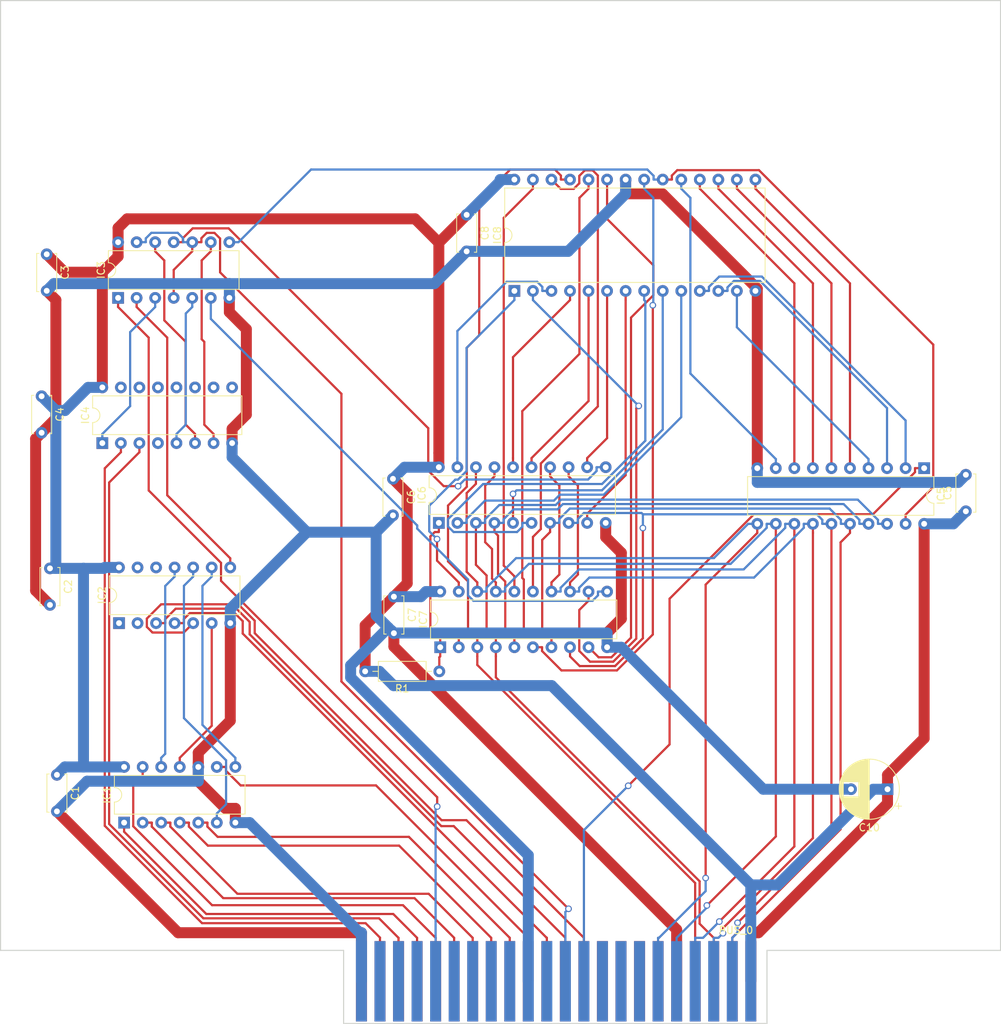
<source format=kicad_pcb>
(kicad_pcb (version 20171130) (host pcbnew "(5.1.5)-3")

  (general
    (thickness 1.6)
    (drawings 8)
    (tracks 682)
    (zones 0)
    (modules 19)
    (nets 63)
  )

  (page A3)
  (layers
    (0 F.Cu signal)
    (31 B.Cu signal)
    (32 B.Adhes user)
    (33 F.Adhes user)
    (34 B.Paste user)
    (35 F.Paste user)
    (36 B.SilkS user)
    (37 F.SilkS user)
    (38 B.Mask user)
    (39 F.Mask user)
    (40 Dwgs.User user)
    (41 Cmts.User user)
    (42 Eco1.User user)
    (43 Eco2.User user)
    (44 Edge.Cuts user)
    (45 Margin user)
    (46 B.CrtYd user)
    (47 F.CrtYd user)
  )

  (setup
    (last_trace_width 0.3)
    (trace_clearance 0.3)
    (zone_clearance 0.508)
    (zone_45_only no)
    (trace_min 0.254)
    (via_size 0.9)
    (via_drill 0.6)
    (via_min_size 0.889)
    (via_min_drill 0.508)
    (uvia_size 0.6)
    (uvia_drill 0.2)
    (uvias_allowed no)
    (uvia_min_size 0.508)
    (uvia_min_drill 0.127)
    (edge_width 0.15)
    (segment_width 0.2)
    (pcb_text_width 0.3)
    (pcb_text_size 1.5 1.5)
    (mod_edge_width 0.15)
    (mod_text_size 1.5 1.5)
    (mod_text_width 0.15)
    (pad_size 1.5 10)
    (pad_drill 0)
    (pad_to_mask_clearance 0.2)
    (aux_axis_origin 0 0)
    (visible_elements 7FFFFFFF)
    (pcbplotparams
      (layerselection 0x010fc_ffffffff)
      (usegerberextensions true)
      (usegerberattributes false)
      (usegerberadvancedattributes false)
      (creategerberjobfile false)
      (excludeedgelayer true)
      (linewidth 0.100000)
      (plotframeref false)
      (viasonmask false)
      (mode 1)
      (useauxorigin false)
      (hpglpennumber 1)
      (hpglpenspeed 20)
      (hpglpendiameter 15.000000)
      (psnegative false)
      (psa4output false)
      (plotreference true)
      (plotvalue true)
      (plotinvisibletext false)
      (padsonsilk true)
      (subtractmaskfromsilk false)
      (outputformat 1)
      (mirror false)
      (drillshape 0)
      (scaleselection 1)
      (outputdirectory "gerber/"))
  )

  (net 0 "")
  (net 1 +5V)
  (net 2 "Net-(IC1-Pad6)")
  (net 3 "Net-(IC1-Pad12)")
  (net 4 "Net-(IC1-Pad11)")
  (net 5 "Net-(IC1-Pad8)")
  (net 6 "Net-(IC2-Pad8)")
  (net 7 IORQ)
  (net 8 "Net-(IC3-Pad6)")
  (net 9 "Net-(IC3-Pad12)")
  (net 10 "Net-(IC3-Pad5)")
  (net 11 "Net-(IC3-Pad11)")
  (net 12 "Net-(IC3-Pad3)")
  (net 13 "Net-(IC3-Pad9)")
  (net 14 ROM_D2)
  (net 15 ROM_D1)
  (net 16 ROM_A8)
  (net 17 ROM_D0)
  (net 18 ROM_A9)
  (net 19 ROM_A0)
  (net 20 ROM_A11)
  (net 21 ROM_A1)
  (net 22 ROM_A2)
  (net 23 ROM_A10)
  (net 24 ROM_A3)
  (net 25 ROM_A4)
  (net 26 ROM_D7)
  (net 27 ROM_A5)
  (net 28 ROM_D6)
  (net 29 ROM_A6)
  (net 30 ROM_D5)
  (net 31 ROM_A7)
  (net 32 ROM_D4)
  (net 33 ROM_D3)
  (net 34 BUS_DB0)
  (net 35 BUS_DB1)
  (net 36 BUS_DB2)
  (net 37 BUS_DB3)
  (net 38 BUS_DB4)
  (net 39 BUS_DB5)
  (net 40 BUS_DB6)
  (net 41 BUS_DB7)
  (net 42 BUS_A3)
  (net 43 BUS_A7)
  (net 44 BUS_A6)
  (net 45 BUS_A5)
  (net 46 BUS_A8)
  (net 47 BUS_A4)
  (net 48 BUS_A2)
  (net 49 BUS_A11)
  (net 50 BUS_A9)
  (net 51 BUS_A10)
  (net 52 BUS_EXIO)
  (net 53 BUS_A1)
  (net 54 BUS_A0)
  (net 55 RD)
  (net 56 GND)
  (net 57 "Net-(IC3-Pad8)")
  (net 58 "Net-(IC6-Pad1)")
  (net 59 ROM_A15)
  (net 60 ROM_A14)
  (net 61 ROM_A13)
  (net 62 ROM_A12)

  (net_class Default "これは標準のネット クラスです。"
    (clearance 0.3)
    (trace_width 0.3)
    (via_dia 0.9)
    (via_drill 0.6)
    (uvia_dia 0.6)
    (uvia_drill 0.2)
    (diff_pair_width 0.3)
    (diff_pair_gap 0.25)
    (add_net BUS_A0)
    (add_net BUS_A1)
    (add_net BUS_A10)
    (add_net BUS_A11)
    (add_net BUS_A2)
    (add_net BUS_A3)
    (add_net BUS_A4)
    (add_net BUS_A5)
    (add_net BUS_A6)
    (add_net BUS_A7)
    (add_net BUS_A8)
    (add_net BUS_A9)
    (add_net BUS_DB0)
    (add_net BUS_DB1)
    (add_net BUS_DB2)
    (add_net BUS_DB3)
    (add_net BUS_DB4)
    (add_net BUS_DB5)
    (add_net BUS_DB6)
    (add_net BUS_DB7)
    (add_net BUS_EXIO)
    (add_net IORQ)
    (add_net "Net-(IC1-Pad11)")
    (add_net "Net-(IC1-Pad12)")
    (add_net "Net-(IC1-Pad6)")
    (add_net "Net-(IC1-Pad8)")
    (add_net "Net-(IC2-Pad8)")
    (add_net "Net-(IC3-Pad11)")
    (add_net "Net-(IC3-Pad12)")
    (add_net "Net-(IC3-Pad3)")
    (add_net "Net-(IC3-Pad5)")
    (add_net "Net-(IC3-Pad6)")
    (add_net "Net-(IC3-Pad8)")
    (add_net "Net-(IC3-Pad9)")
    (add_net "Net-(IC6-Pad1)")
    (add_net RD)
    (add_net ROM_A0)
    (add_net ROM_A1)
    (add_net ROM_A10)
    (add_net ROM_A11)
    (add_net ROM_A12)
    (add_net ROM_A13)
    (add_net ROM_A14)
    (add_net ROM_A15)
    (add_net ROM_A2)
    (add_net ROM_A3)
    (add_net ROM_A4)
    (add_net ROM_A5)
    (add_net ROM_A6)
    (add_net ROM_A7)
    (add_net ROM_A8)
    (add_net ROM_A9)
    (add_net ROM_D0)
    (add_net ROM_D1)
    (add_net ROM_D2)
    (add_net ROM_D3)
    (add_net ROM_D4)
    (add_net ROM_D5)
    (add_net ROM_D6)
    (add_net ROM_D7)
  )

  (net_class Power ""
    (clearance 0.4)
    (trace_width 1.5)
    (via_dia 2)
    (via_drill 1)
    (uvia_dia 0.6)
    (uvia_drill 0.2)
    (diff_pair_width 0.3)
    (diff_pair_gap 0.25)
    (add_net +5V)
    (add_net GND)
  )

  (module Capacitor_THT:C_Disc_D5.0mm_W2.5mm_P5.00mm (layer F.Cu) (tedit 5AE50EF0) (tstamp 60B69181)
    (at 103.886 124.587 270)
    (descr "C, Disc series, Radial, pin pitch=5.00mm, , diameter*width=5*2.5mm^2, Capacitor, http://cdn-reichelt.de/documents/datenblatt/B300/DS_KERKO_TC.pdf")
    (tags "C Disc series Radial pin pitch 5.00mm  diameter 5mm width 2.5mm Capacitor")
    (path /574DB9F7)
    (fp_text reference C7 (at 2.5 -2.5 90) (layer F.SilkS)
      (effects (font (size 1 1) (thickness 0.15)))
    )
    (fp_text value 100nF (at 2.5 2.5 90) (layer F.Fab)
      (effects (font (size 1 1) (thickness 0.15)))
    )
    (fp_text user %R (at 2.5 0 90) (layer F.Fab)
      (effects (font (size 1 1) (thickness 0.15)))
    )
    (fp_line (start 6.05 -1.5) (end -1.05 -1.5) (layer F.CrtYd) (width 0.05))
    (fp_line (start 6.05 1.5) (end 6.05 -1.5) (layer F.CrtYd) (width 0.05))
    (fp_line (start -1.05 1.5) (end 6.05 1.5) (layer F.CrtYd) (width 0.05))
    (fp_line (start -1.05 -1.5) (end -1.05 1.5) (layer F.CrtYd) (width 0.05))
    (fp_line (start 5.12 1.055) (end 5.12 1.37) (layer F.SilkS) (width 0.12))
    (fp_line (start 5.12 -1.37) (end 5.12 -1.055) (layer F.SilkS) (width 0.12))
    (fp_line (start -0.12 1.055) (end -0.12 1.37) (layer F.SilkS) (width 0.12))
    (fp_line (start -0.12 -1.37) (end -0.12 -1.055) (layer F.SilkS) (width 0.12))
    (fp_line (start -0.12 1.37) (end 5.12 1.37) (layer F.SilkS) (width 0.12))
    (fp_line (start -0.12 -1.37) (end 5.12 -1.37) (layer F.SilkS) (width 0.12))
    (fp_line (start 5 -1.25) (end 0 -1.25) (layer F.Fab) (width 0.1))
    (fp_line (start 5 1.25) (end 5 -1.25) (layer F.Fab) (width 0.1))
    (fp_line (start 0 1.25) (end 5 1.25) (layer F.Fab) (width 0.1))
    (fp_line (start 0 -1.25) (end 0 1.25) (layer F.Fab) (width 0.1))
    (pad 2 thru_hole circle (at 5 0 270) (size 1.6 1.6) (drill 0.8) (layers *.Cu *.Mask)
      (net 56 GND))
    (pad 1 thru_hole circle (at 0 0 270) (size 1.6 1.6) (drill 0.8) (layers *.Cu *.Mask)
      (net 1 +5V))
    (model ${KISYS3DMOD}/Capacitor_THT.3dshapes/C_Disc_D5.0mm_W2.5mm_P5.00mm.wrl
      (at (xyz 0 0 0))
      (scale (xyz 1 1 1))
      (rotate (xyz 0 0 0))
    )
  )

  (module "msx cartridge:X1_IO" (layer F.Cu) (tedit 60B7BC78) (tstamp 60B93BD0)
    (at 122.301 177.356)
    (path /5794D8E1)
    (fp_text reference BUS_0 (at 28.448 -7.112) (layer F.SilkS)
      (effects (font (size 1 1) (thickness 0.15)))
    )
    (fp_text value BUS_X1 (at 0 -7.62) (layer F.Fab)
      (effects (font (size 1 1) (thickness 0.15)))
    )
    (pad A4 connect rect (at 22.86 -0.127) (size 1.5 11) (layers F.Cu F.Mask)
      (net 34 BUS_DB0))
    (pad A3 connect rect (at 25.4 -0.127) (size 1.5 11) (layers F.Cu F.Mask)
      (net 35 BUS_DB1))
    (pad A2 connect rect (at 27.94 -0.127) (size 1.5 11) (layers F.Cu F.Mask)
      (net 36 BUS_DB2))
    (pad A1 connect rect (at 30.48 -0.127) (size 1.5 11) (layers F.Cu F.Mask)
      (net 1 +5V))
    (pad A5 connect rect (at 20.32 -0.127) (size 1.5 11) (layers F.Cu F.Mask)
      (net 56 GND))
    (pad A6 connect rect (at 17.78 -0.127) (size 1.5 11) (layers F.Cu F.Mask))
    (pad A7 connect rect (at 15.24 -0.127) (size 1.5 11) (layers F.Cu F.Mask))
    (pad A8 connect rect (at 12.7 -0.127) (size 1.5 11) (layers F.Cu F.Mask))
    (pad A9 connect rect (at 10.16 -0.127) (size 1.5 11) (layers F.Cu F.Mask))
    (pad A10 connect rect (at 7.62 -0.127) (size 1.5 11) (layers F.Cu F.Mask)
      (net 49 BUS_A11))
    (pad A11 connect rect (at 5.08 -0.127) (size 1.5 11) (layers F.Cu F.Mask)
      (net 51 BUS_A10))
    (pad A12 connect rect (at 2.54 -0.127) (size 1.5 11) (layers F.Cu F.Mask)
      (net 50 BUS_A9))
    (pad A13 connect rect (at 0 -0.127) (size 1.5 11) (layers F.Cu F.Mask)
      (net 46 BUS_A8))
    (pad A14 connect rect (at -2.54 -0.127) (size 1.5 11) (layers F.Cu F.Mask)
      (net 43 BUS_A7))
    (pad A15 connect rect (at -5.08 -0.127) (size 1.5 11) (layers F.Cu F.Mask)
      (net 44 BUS_A6))
    (pad A16 connect rect (at -7.62 -0.127) (size 1.5 11) (layers F.Cu F.Mask)
      (net 45 BUS_A5))
    (pad A17 connect rect (at -10.16 -0.127) (size 1.5 11) (layers F.Cu F.Mask)
      (net 47 BUS_A4))
    (pad A18 connect rect (at -12.7 -0.127) (size 1.5 11) (layers F.Cu F.Mask)
      (net 42 BUS_A3))
    (pad A19 connect rect (at -15.24 -0.127) (size 1.5 11) (layers F.Cu F.Mask)
      (net 48 BUS_A2))
    (pad A20 connect rect (at -17.78 -0.127) (size 1.5 11) (layers F.Cu F.Mask)
      (net 53 BUS_A1))
    (pad A21 connect rect (at -20.32 -0.127) (size 1.5 11) (layers F.Cu F.Mask)
      (net 54 BUS_A0))
    (pad A22 connect rect (at -22.86 -0.127) (size 1.5 11) (layers F.Cu F.Mask)
      (net 56 GND))
    (pad B22 connect rect (at -22.86 -0.127) (size 1.5 11) (layers B.Cu B.Mask)
      (net 56 GND))
    (pad B21 connect rect (at -20.32 -0.127) (size 1.5 11) (layers B.Cu B.Mask))
    (pad B20 connect rect (at -17.78 -0.127) (size 1.5 11) (layers B.Cu B.Mask))
    (pad B19 connect rect (at -15.24 -0.127) (size 1.5 11) (layers B.Cu B.Mask))
    (pad B18 connect rect (at -12.7 -0.127) (size 1.5 11) (layers B.Cu B.Mask)
      (net 52 BUS_EXIO))
    (pad B17 connect rect (at -10.16 -0.127) (size 1.5 11) (layers B.Cu B.Mask))
    (pad B16 connect rect (at -7.62 -0.127) (size 1.5 11) (layers B.Cu B.Mask))
    (pad B15 connect rect (at -5.08 -0.127) (size 1.5 11) (layers B.Cu B.Mask))
    (pad B14 connect rect (at -2.54 -0.127) (size 1.5 11) (layers B.Cu B.Mask))
    (pad B13 connect rect (at 0 -0.127) (size 1.5 11) (layers B.Cu B.Mask)
      (net 56 GND))
    (pad B12 connect rect (at 2.54 -0.127) (size 1.5 11) (layers B.Cu B.Mask))
    (pad B11 connect rect (at 5.08 -0.127) (size 1.5 11) (layers B.Cu B.Mask)
      (net 7 IORQ))
    (pad B10 connect rect (at 7.62 -0.127) (size 1.5 11) (layers B.Cu B.Mask)
      (net 55 RD))
    (pad B9 connect rect (at 10.16 -0.127) (size 1.5 11) (layers B.Cu B.Mask))
    (pad B8 connect rect (at 12.7 -0.127) (size 1.5 11) (layers B.Cu B.Mask))
    (pad B7 connect rect (at 15.24 -0.127) (size 1.5 11) (layers B.Cu B.Mask))
    (pad B6 connect rect (at 17.78 -0.127) (size 1.5 11) (layers B.Cu B.Mask)
      (net 41 BUS_DB7))
    (pad B5 connect rect (at 20.32 -0.127) (size 1.5 11) (layers B.Cu B.Mask)
      (net 40 BUS_DB6))
    (pad B4 connect rect (at 22.86 -0.127) (size 1.5 11) (layers B.Cu B.Mask)
      (net 39 BUS_DB5))
    (pad B3 connect rect (at 25.4 -0.127) (size 1.5 11) (layers B.Cu B.Mask)
      (net 38 BUS_DB4))
    (pad B2 connect rect (at 27.94 -0.127) (size 1.5 11) (layers B.Cu B.Mask)
      (net 37 BUS_DB3))
    (pad B1 connect rect (at 30.48 -0.127) (size 1.5 11) (layers B.Cu B.Mask)
      (net 1 +5V))
  )

  (module Resistor_THT:R_Axial_DIN0207_L6.3mm_D2.5mm_P10.16mm_Horizontal (layer F.Cu) (tedit 5AE5139B) (tstamp 60B696F4)
    (at 110.109 134.81 180)
    (descr "Resistor, Axial_DIN0207 series, Axial, Horizontal, pin pitch=10.16mm, 0.25W = 1/4W, length*diameter=6.3*2.5mm^2, http://cdn-reichelt.de/documents/datenblatt/B400/1_4W%23YAG.pdf")
    (tags "Resistor Axial_DIN0207 series Axial Horizontal pin pitch 10.16mm 0.25W = 1/4W length 6.3mm diameter 2.5mm")
    (path /574DCFE9)
    (fp_text reference R1 (at 5.08 -2.37) (layer F.SilkS)
      (effects (font (size 1 1) (thickness 0.15)))
    )
    (fp_text value 1K (at 5.08 2.37) (layer F.Fab)
      (effects (font (size 1 1) (thickness 0.15)))
    )
    (fp_text user %R (at 5.08 0) (layer F.Fab)
      (effects (font (size 1 1) (thickness 0.15)))
    )
    (fp_line (start 11.21 -1.5) (end -1.05 -1.5) (layer F.CrtYd) (width 0.05))
    (fp_line (start 11.21 1.5) (end 11.21 -1.5) (layer F.CrtYd) (width 0.05))
    (fp_line (start -1.05 1.5) (end 11.21 1.5) (layer F.CrtYd) (width 0.05))
    (fp_line (start -1.05 -1.5) (end -1.05 1.5) (layer F.CrtYd) (width 0.05))
    (fp_line (start 9.12 0) (end 8.35 0) (layer F.SilkS) (width 0.12))
    (fp_line (start 1.04 0) (end 1.81 0) (layer F.SilkS) (width 0.12))
    (fp_line (start 8.35 -1.37) (end 1.81 -1.37) (layer F.SilkS) (width 0.12))
    (fp_line (start 8.35 1.37) (end 8.35 -1.37) (layer F.SilkS) (width 0.12))
    (fp_line (start 1.81 1.37) (end 8.35 1.37) (layer F.SilkS) (width 0.12))
    (fp_line (start 1.81 -1.37) (end 1.81 1.37) (layer F.SilkS) (width 0.12))
    (fp_line (start 10.16 0) (end 8.23 0) (layer F.Fab) (width 0.1))
    (fp_line (start 0 0) (end 1.93 0) (layer F.Fab) (width 0.1))
    (fp_line (start 8.23 -1.25) (end 1.93 -1.25) (layer F.Fab) (width 0.1))
    (fp_line (start 8.23 1.25) (end 8.23 -1.25) (layer F.Fab) (width 0.1))
    (fp_line (start 1.93 1.25) (end 8.23 1.25) (layer F.Fab) (width 0.1))
    (fp_line (start 1.93 -1.25) (end 1.93 1.25) (layer F.Fab) (width 0.1))
    (pad 2 thru_hole oval (at 10.16 0 180) (size 1.6 1.6) (drill 0.8) (layers *.Cu *.Mask)
      (net 1 +5V))
    (pad 1 thru_hole circle (at 0 0 180) (size 1.6 1.6) (drill 0.8) (layers *.Cu *.Mask)
      (net 58 "Net-(IC6-Pad1)"))
    (model ${KISYS3DMOD}/Resistor_THT.3dshapes/R_Axial_DIN0207_L6.3mm_D2.5mm_P10.16mm_Horizontal.wrl
      (at (xyz 0 0 0))
      (scale (xyz 1 1 1))
      (rotate (xyz 0 0 0))
    )
  )

  (module Package_DIP:DIP-20_W7.62mm (layer F.Cu) (tedit 5A02E8C5) (tstamp 60B679DB)
    (at 110.236 131.508 90)
    (descr "20-lead though-hole mounted DIP package, row spacing 7.62 mm (300 mils)")
    (tags "THT DIP DIL PDIP 2.54mm 7.62mm 300mil")
    (path /574D9CE2)
    (fp_text reference IC7 (at 3.81 -2.33 90) (layer F.SilkS)
      (effects (font (size 1 1) (thickness 0.15)))
    )
    (fp_text value 74LS273 (at 3.81 25.19 90) (layer F.Fab)
      (effects (font (size 1 1) (thickness 0.15)))
    )
    (fp_text user %R (at 3.81 11.43 90) (layer F.Fab)
      (effects (font (size 1 1) (thickness 0.15)))
    )
    (fp_line (start 8.7 -1.55) (end -1.1 -1.55) (layer F.CrtYd) (width 0.05))
    (fp_line (start 8.7 24.4) (end 8.7 -1.55) (layer F.CrtYd) (width 0.05))
    (fp_line (start -1.1 24.4) (end 8.7 24.4) (layer F.CrtYd) (width 0.05))
    (fp_line (start -1.1 -1.55) (end -1.1 24.4) (layer F.CrtYd) (width 0.05))
    (fp_line (start 6.46 -1.33) (end 4.81 -1.33) (layer F.SilkS) (width 0.12))
    (fp_line (start 6.46 24.19) (end 6.46 -1.33) (layer F.SilkS) (width 0.12))
    (fp_line (start 1.16 24.19) (end 6.46 24.19) (layer F.SilkS) (width 0.12))
    (fp_line (start 1.16 -1.33) (end 1.16 24.19) (layer F.SilkS) (width 0.12))
    (fp_line (start 2.81 -1.33) (end 1.16 -1.33) (layer F.SilkS) (width 0.12))
    (fp_line (start 0.635 -0.27) (end 1.635 -1.27) (layer F.Fab) (width 0.1))
    (fp_line (start 0.635 24.13) (end 0.635 -0.27) (layer F.Fab) (width 0.1))
    (fp_line (start 6.985 24.13) (end 0.635 24.13) (layer F.Fab) (width 0.1))
    (fp_line (start 6.985 -1.27) (end 6.985 24.13) (layer F.Fab) (width 0.1))
    (fp_line (start 1.635 -1.27) (end 6.985 -1.27) (layer F.Fab) (width 0.1))
    (fp_arc (start 3.81 -1.33) (end 2.81 -1.33) (angle -180) (layer F.SilkS) (width 0.12))
    (pad 20 thru_hole oval (at 7.62 0 90) (size 1.6 1.6) (drill 0.8) (layers *.Cu *.Mask)
      (net 1 +5V))
    (pad 10 thru_hole oval (at 0 22.86 90) (size 1.6 1.6) (drill 0.8) (layers *.Cu *.Mask)
      (net 56 GND))
    (pad 19 thru_hole oval (at 7.62 2.54 90) (size 1.6 1.6) (drill 0.8) (layers *.Cu *.Mask)
      (net 59 ROM_A15))
    (pad 9 thru_hole oval (at 0 20.32 90) (size 1.6 1.6) (drill 0.8) (layers *.Cu *.Mask)
      (net 20 ROM_A11))
    (pad 18 thru_hole oval (at 7.62 5.08 90) (size 1.6 1.6) (drill 0.8) (layers *.Cu *.Mask)
      (net 41 BUS_DB7))
    (pad 8 thru_hole oval (at 0 17.78 90) (size 1.6 1.6) (drill 0.8) (layers *.Cu *.Mask)
      (net 37 BUS_DB3))
    (pad 17 thru_hole oval (at 7.62 7.62 90) (size 1.6 1.6) (drill 0.8) (layers *.Cu *.Mask)
      (net 40 BUS_DB6))
    (pad 7 thru_hole oval (at 0 15.24 90) (size 1.6 1.6) (drill 0.8) (layers *.Cu *.Mask)
      (net 36 BUS_DB2))
    (pad 16 thru_hole oval (at 7.62 10.16 90) (size 1.6 1.6) (drill 0.8) (layers *.Cu *.Mask)
      (net 60 ROM_A14))
    (pad 6 thru_hole oval (at 0 12.7 90) (size 1.6 1.6) (drill 0.8) (layers *.Cu *.Mask)
      (net 23 ROM_A10))
    (pad 15 thru_hole oval (at 7.62 12.7 90) (size 1.6 1.6) (drill 0.8) (layers *.Cu *.Mask)
      (net 61 ROM_A13))
    (pad 5 thru_hole oval (at 0 10.16 90) (size 1.6 1.6) (drill 0.8) (layers *.Cu *.Mask)
      (net 18 ROM_A9))
    (pad 14 thru_hole oval (at 7.62 15.24 90) (size 1.6 1.6) (drill 0.8) (layers *.Cu *.Mask)
      (net 39 BUS_DB5))
    (pad 4 thru_hole oval (at 0 7.62 90) (size 1.6 1.6) (drill 0.8) (layers *.Cu *.Mask)
      (net 35 BUS_DB1))
    (pad 13 thru_hole oval (at 7.62 17.78 90) (size 1.6 1.6) (drill 0.8) (layers *.Cu *.Mask)
      (net 38 BUS_DB4))
    (pad 3 thru_hole oval (at 0 5.08 90) (size 1.6 1.6) (drill 0.8) (layers *.Cu *.Mask)
      (net 34 BUS_DB0))
    (pad 12 thru_hole oval (at 7.62 20.32 90) (size 1.6 1.6) (drill 0.8) (layers *.Cu *.Mask)
      (net 62 ROM_A12))
    (pad 2 thru_hole oval (at 0 2.54 90) (size 1.6 1.6) (drill 0.8) (layers *.Cu *.Mask)
      (net 16 ROM_A8))
    (pad 11 thru_hole oval (at 7.62 22.86 90) (size 1.6 1.6) (drill 0.8) (layers *.Cu *.Mask)
      (net 8 "Net-(IC3-Pad6)"))
    (pad 1 thru_hole rect (at 0 0 90) (size 1.6 1.6) (drill 0.8) (layers *.Cu *.Mask)
      (net 58 "Net-(IC6-Pad1)"))
    (model ${KISYS3DMOD}/Package_DIP.3dshapes/DIP-20_W7.62mm.wrl
      (at (xyz 0 0 0))
      (scale (xyz 1 1 1))
      (rotate (xyz 0 0 0))
    )
  )

  (module Package_DIP:DIP-20_W7.62mm (layer F.Cu) (tedit 5A02E8C5) (tstamp 60B679B3)
    (at 110.046 114.49 90)
    (descr "20-lead though-hole mounted DIP package, row spacing 7.62 mm (300 mils)")
    (tags "THT DIP DIL PDIP 2.54mm 7.62mm 300mil")
    (path /574D9D6D)
    (fp_text reference IC6 (at 3.81 -2.33 90) (layer F.SilkS)
      (effects (font (size 1 1) (thickness 0.15)))
    )
    (fp_text value 74LS273 (at 3.81 25.19 90) (layer F.Fab)
      (effects (font (size 1 1) (thickness 0.15)))
    )
    (fp_text user %R (at 3.81 11.43 90) (layer F.Fab)
      (effects (font (size 1 1) (thickness 0.15)))
    )
    (fp_line (start 8.7 -1.55) (end -1.1 -1.55) (layer F.CrtYd) (width 0.05))
    (fp_line (start 8.7 24.4) (end 8.7 -1.55) (layer F.CrtYd) (width 0.05))
    (fp_line (start -1.1 24.4) (end 8.7 24.4) (layer F.CrtYd) (width 0.05))
    (fp_line (start -1.1 -1.55) (end -1.1 24.4) (layer F.CrtYd) (width 0.05))
    (fp_line (start 6.46 -1.33) (end 4.81 -1.33) (layer F.SilkS) (width 0.12))
    (fp_line (start 6.46 24.19) (end 6.46 -1.33) (layer F.SilkS) (width 0.12))
    (fp_line (start 1.16 24.19) (end 6.46 24.19) (layer F.SilkS) (width 0.12))
    (fp_line (start 1.16 -1.33) (end 1.16 24.19) (layer F.SilkS) (width 0.12))
    (fp_line (start 2.81 -1.33) (end 1.16 -1.33) (layer F.SilkS) (width 0.12))
    (fp_line (start 0.635 -0.27) (end 1.635 -1.27) (layer F.Fab) (width 0.1))
    (fp_line (start 0.635 24.13) (end 0.635 -0.27) (layer F.Fab) (width 0.1))
    (fp_line (start 6.985 24.13) (end 0.635 24.13) (layer F.Fab) (width 0.1))
    (fp_line (start 6.985 -1.27) (end 6.985 24.13) (layer F.Fab) (width 0.1))
    (fp_line (start 1.635 -1.27) (end 6.985 -1.27) (layer F.Fab) (width 0.1))
    (fp_arc (start 3.81 -1.33) (end 2.81 -1.33) (angle -180) (layer F.SilkS) (width 0.12))
    (pad 20 thru_hole oval (at 7.62 0 90) (size 1.6 1.6) (drill 0.8) (layers *.Cu *.Mask)
      (net 1 +5V))
    (pad 10 thru_hole oval (at 0 22.86 90) (size 1.6 1.6) (drill 0.8) (layers *.Cu *.Mask)
      (net 56 GND))
    (pad 19 thru_hole oval (at 7.62 2.54 90) (size 1.6 1.6) (drill 0.8) (layers *.Cu *.Mask)
      (net 31 ROM_A7))
    (pad 9 thru_hole oval (at 0 20.32 90) (size 1.6 1.6) (drill 0.8) (layers *.Cu *.Mask)
      (net 24 ROM_A3))
    (pad 18 thru_hole oval (at 7.62 5.08 90) (size 1.6 1.6) (drill 0.8) (layers *.Cu *.Mask)
      (net 41 BUS_DB7))
    (pad 8 thru_hole oval (at 0 17.78 90) (size 1.6 1.6) (drill 0.8) (layers *.Cu *.Mask)
      (net 37 BUS_DB3))
    (pad 17 thru_hole oval (at 7.62 7.62 90) (size 1.6 1.6) (drill 0.8) (layers *.Cu *.Mask)
      (net 40 BUS_DB6))
    (pad 7 thru_hole oval (at 0 15.24 90) (size 1.6 1.6) (drill 0.8) (layers *.Cu *.Mask)
      (net 36 BUS_DB2))
    (pad 16 thru_hole oval (at 7.62 10.16 90) (size 1.6 1.6) (drill 0.8) (layers *.Cu *.Mask)
      (net 29 ROM_A6))
    (pad 6 thru_hole oval (at 0 12.7 90) (size 1.6 1.6) (drill 0.8) (layers *.Cu *.Mask)
      (net 22 ROM_A2))
    (pad 15 thru_hole oval (at 7.62 12.7 90) (size 1.6 1.6) (drill 0.8) (layers *.Cu *.Mask)
      (net 27 ROM_A5))
    (pad 5 thru_hole oval (at 0 10.16 90) (size 1.6 1.6) (drill 0.8) (layers *.Cu *.Mask)
      (net 21 ROM_A1))
    (pad 14 thru_hole oval (at 7.62 15.24 90) (size 1.6 1.6) (drill 0.8) (layers *.Cu *.Mask)
      (net 39 BUS_DB5))
    (pad 4 thru_hole oval (at 0 7.62 90) (size 1.6 1.6) (drill 0.8) (layers *.Cu *.Mask)
      (net 35 BUS_DB1))
    (pad 13 thru_hole oval (at 7.62 17.78 90) (size 1.6 1.6) (drill 0.8) (layers *.Cu *.Mask)
      (net 38 BUS_DB4))
    (pad 3 thru_hole oval (at 0 5.08 90) (size 1.6 1.6) (drill 0.8) (layers *.Cu *.Mask)
      (net 34 BUS_DB0))
    (pad 12 thru_hole oval (at 7.62 20.32 90) (size 1.6 1.6) (drill 0.8) (layers *.Cu *.Mask)
      (net 25 ROM_A4))
    (pad 2 thru_hole oval (at 0 2.54 90) (size 1.6 1.6) (drill 0.8) (layers *.Cu *.Mask)
      (net 19 ROM_A0))
    (pad 11 thru_hole oval (at 7.62 22.86 90) (size 1.6 1.6) (drill 0.8) (layers *.Cu *.Mask)
      (net 11 "Net-(IC3-Pad11)"))
    (pad 1 thru_hole rect (at 0 0 90) (size 1.6 1.6) (drill 0.8) (layers *.Cu *.Mask)
      (net 58 "Net-(IC6-Pad1)"))
    (model ${KISYS3DMOD}/Package_DIP.3dshapes/DIP-20_W7.62mm.wrl
      (at (xyz 0 0 0))
      (scale (xyz 1 1 1))
      (rotate (xyz 0 0 0))
    )
  )

  (module Package_DIP:DIP-20_W7.62mm (layer F.Cu) (tedit 5A02E8C5) (tstamp 60B6798B)
    (at 176.53 106.998 270)
    (descr "20-lead though-hole mounted DIP package, row spacing 7.62 mm (300 mils)")
    (tags "THT DIP DIL PDIP 2.54mm 7.62mm 300mil")
    (path /574D9C03)
    (fp_text reference IC5 (at 3.81 -2.33 90) (layer F.SilkS)
      (effects (font (size 1 1) (thickness 0.15)))
    )
    (fp_text value 74LS541 (at 3.81 25.19 90) (layer F.Fab)
      (effects (font (size 1 1) (thickness 0.15)))
    )
    (fp_text user %R (at 3.81 11.43 90) (layer F.Fab)
      (effects (font (size 1 1) (thickness 0.15)))
    )
    (fp_line (start 8.7 -1.55) (end -1.1 -1.55) (layer F.CrtYd) (width 0.05))
    (fp_line (start 8.7 24.4) (end 8.7 -1.55) (layer F.CrtYd) (width 0.05))
    (fp_line (start -1.1 24.4) (end 8.7 24.4) (layer F.CrtYd) (width 0.05))
    (fp_line (start -1.1 -1.55) (end -1.1 24.4) (layer F.CrtYd) (width 0.05))
    (fp_line (start 6.46 -1.33) (end 4.81 -1.33) (layer F.SilkS) (width 0.12))
    (fp_line (start 6.46 24.19) (end 6.46 -1.33) (layer F.SilkS) (width 0.12))
    (fp_line (start 1.16 24.19) (end 6.46 24.19) (layer F.SilkS) (width 0.12))
    (fp_line (start 1.16 -1.33) (end 1.16 24.19) (layer F.SilkS) (width 0.12))
    (fp_line (start 2.81 -1.33) (end 1.16 -1.33) (layer F.SilkS) (width 0.12))
    (fp_line (start 0.635 -0.27) (end 1.635 -1.27) (layer F.Fab) (width 0.1))
    (fp_line (start 0.635 24.13) (end 0.635 -0.27) (layer F.Fab) (width 0.1))
    (fp_line (start 6.985 24.13) (end 0.635 24.13) (layer F.Fab) (width 0.1))
    (fp_line (start 6.985 -1.27) (end 6.985 24.13) (layer F.Fab) (width 0.1))
    (fp_line (start 1.635 -1.27) (end 6.985 -1.27) (layer F.Fab) (width 0.1))
    (fp_arc (start 3.81 -1.33) (end 2.81 -1.33) (angle -180) (layer F.SilkS) (width 0.12))
    (pad 20 thru_hole oval (at 7.62 0 270) (size 1.6 1.6) (drill 0.8) (layers *.Cu *.Mask)
      (net 1 +5V))
    (pad 10 thru_hole oval (at 0 22.86 270) (size 1.6 1.6) (drill 0.8) (layers *.Cu *.Mask)
      (net 56 GND))
    (pad 19 thru_hole oval (at 7.62 2.54 270) (size 1.6 1.6) (drill 0.8) (layers *.Cu *.Mask)
      (net 57 "Net-(IC3-Pad8)"))
    (pad 9 thru_hole oval (at 0 20.32 270) (size 1.6 1.6) (drill 0.8) (layers *.Cu *.Mask)
      (net 26 ROM_D7))
    (pad 18 thru_hole oval (at 7.62 5.08 270) (size 1.6 1.6) (drill 0.8) (layers *.Cu *.Mask)
      (net 34 BUS_DB0))
    (pad 8 thru_hole oval (at 0 17.78 270) (size 1.6 1.6) (drill 0.8) (layers *.Cu *.Mask)
      (net 28 ROM_D6))
    (pad 17 thru_hole oval (at 7.62 7.62 270) (size 1.6 1.6) (drill 0.8) (layers *.Cu *.Mask)
      (net 35 BUS_DB1))
    (pad 7 thru_hole oval (at 0 15.24 270) (size 1.6 1.6) (drill 0.8) (layers *.Cu *.Mask)
      (net 30 ROM_D5))
    (pad 16 thru_hole oval (at 7.62 10.16 270) (size 1.6 1.6) (drill 0.8) (layers *.Cu *.Mask)
      (net 36 BUS_DB2))
    (pad 6 thru_hole oval (at 0 12.7 270) (size 1.6 1.6) (drill 0.8) (layers *.Cu *.Mask)
      (net 32 ROM_D4))
    (pad 15 thru_hole oval (at 7.62 12.7 270) (size 1.6 1.6) (drill 0.8) (layers *.Cu *.Mask)
      (net 37 BUS_DB3))
    (pad 5 thru_hole oval (at 0 10.16 270) (size 1.6 1.6) (drill 0.8) (layers *.Cu *.Mask)
      (net 33 ROM_D3))
    (pad 14 thru_hole oval (at 7.62 15.24 270) (size 1.6 1.6) (drill 0.8) (layers *.Cu *.Mask)
      (net 38 BUS_DB4))
    (pad 4 thru_hole oval (at 0 7.62 270) (size 1.6 1.6) (drill 0.8) (layers *.Cu *.Mask)
      (net 14 ROM_D2))
    (pad 13 thru_hole oval (at 7.62 17.78 270) (size 1.6 1.6) (drill 0.8) (layers *.Cu *.Mask)
      (net 39 BUS_DB5))
    (pad 3 thru_hole oval (at 0 5.08 270) (size 1.6 1.6) (drill 0.8) (layers *.Cu *.Mask)
      (net 15 ROM_D1))
    (pad 12 thru_hole oval (at 7.62 20.32 270) (size 1.6 1.6) (drill 0.8) (layers *.Cu *.Mask)
      (net 40 BUS_DB6))
    (pad 2 thru_hole oval (at 0 2.54 270) (size 1.6 1.6) (drill 0.8) (layers *.Cu *.Mask)
      (net 17 ROM_D0))
    (pad 11 thru_hole oval (at 7.62 22.86 270) (size 1.6 1.6) (drill 0.8) (layers *.Cu *.Mask)
      (net 41 BUS_DB7))
    (pad 1 thru_hole rect (at 0 0 270) (size 1.6 1.6) (drill 0.8) (layers *.Cu *.Mask)
      (net 55 RD))
    (model ${KISYS3DMOD}/Package_DIP.3dshapes/DIP-20_W7.62mm.wrl
      (at (xyz 0 0 0))
      (scale (xyz 1 1 1))
      (rotate (xyz 0 0 0))
    )
  )

  (module Capacitor_THT:C_Disc_D5.0mm_W2.5mm_P5.00mm (layer F.Cu) (tedit 5AE50EF0) (tstamp 60B67857)
    (at 57.7215 148.971 270)
    (descr "C, Disc series, Radial, pin pitch=5.00mm, , diameter*width=5*2.5mm^2, Capacitor, http://cdn-reichelt.de/documents/datenblatt/B300/DS_KERKO_TC.pdf")
    (tags "C Disc series Radial pin pitch 5.00mm  diameter 5mm width 2.5mm Capacitor")
    (path /574DC2CB)
    (fp_text reference C1 (at 2.5 -2.5 90) (layer F.SilkS)
      (effects (font (size 1 1) (thickness 0.15)))
    )
    (fp_text value 100nF (at 2.5 2.5 90) (layer F.Fab)
      (effects (font (size 1 1) (thickness 0.15)))
    )
    (fp_text user %R (at 2.5 0 90) (layer F.Fab)
      (effects (font (size 1 1) (thickness 0.15)))
    )
    (fp_line (start 6.05 -1.5) (end -1.05 -1.5) (layer F.CrtYd) (width 0.05))
    (fp_line (start 6.05 1.5) (end 6.05 -1.5) (layer F.CrtYd) (width 0.05))
    (fp_line (start -1.05 1.5) (end 6.05 1.5) (layer F.CrtYd) (width 0.05))
    (fp_line (start -1.05 -1.5) (end -1.05 1.5) (layer F.CrtYd) (width 0.05))
    (fp_line (start 5.12 1.055) (end 5.12 1.37) (layer F.SilkS) (width 0.12))
    (fp_line (start 5.12 -1.37) (end 5.12 -1.055) (layer F.SilkS) (width 0.12))
    (fp_line (start -0.12 1.055) (end -0.12 1.37) (layer F.SilkS) (width 0.12))
    (fp_line (start -0.12 -1.37) (end -0.12 -1.055) (layer F.SilkS) (width 0.12))
    (fp_line (start -0.12 1.37) (end 5.12 1.37) (layer F.SilkS) (width 0.12))
    (fp_line (start -0.12 -1.37) (end 5.12 -1.37) (layer F.SilkS) (width 0.12))
    (fp_line (start 5 -1.25) (end 0 -1.25) (layer F.Fab) (width 0.1))
    (fp_line (start 5 1.25) (end 5 -1.25) (layer F.Fab) (width 0.1))
    (fp_line (start 0 1.25) (end 5 1.25) (layer F.Fab) (width 0.1))
    (fp_line (start 0 -1.25) (end 0 1.25) (layer F.Fab) (width 0.1))
    (pad 2 thru_hole circle (at 5 0 270) (size 1.6 1.6) (drill 0.8) (layers *.Cu *.Mask)
      (net 56 GND))
    (pad 1 thru_hole circle (at 0 0 270) (size 1.6 1.6) (drill 0.8) (layers *.Cu *.Mask)
      (net 1 +5V))
    (model ${KISYS3DMOD}/Capacitor_THT.3dshapes/C_Disc_D5.0mm_W2.5mm_P5.00mm.wrl
      (at (xyz 0 0 0))
      (scale (xyz 1 1 1))
      (rotate (xyz 0 0 0))
    )
  )

  (module Capacitor_THT:C_Disc_D5.0mm_W2.5mm_P5.00mm (layer F.Cu) (tedit 5AE50EF0) (tstamp 60B6779A)
    (at 113.856 72.3265 270)
    (descr "C, Disc series, Radial, pin pitch=5.00mm, , diameter*width=5*2.5mm^2, Capacitor, http://cdn-reichelt.de/documents/datenblatt/B300/DS_KERKO_TC.pdf")
    (tags "C Disc series Radial pin pitch 5.00mm  diameter 5mm width 2.5mm Capacitor")
    (path /574DB96F)
    (fp_text reference C8 (at 2.5 -2.5 90) (layer F.SilkS)
      (effects (font (size 1 1) (thickness 0.15)))
    )
    (fp_text value 100nF (at 2.5 2.5 90) (layer F.Fab)
      (effects (font (size 1 1) (thickness 0.15)))
    )
    (fp_text user %R (at 2.5 0 90) (layer F.Fab)
      (effects (font (size 1 1) (thickness 0.15)))
    )
    (fp_line (start 6.05 -1.5) (end -1.05 -1.5) (layer F.CrtYd) (width 0.05))
    (fp_line (start 6.05 1.5) (end 6.05 -1.5) (layer F.CrtYd) (width 0.05))
    (fp_line (start -1.05 1.5) (end 6.05 1.5) (layer F.CrtYd) (width 0.05))
    (fp_line (start -1.05 -1.5) (end -1.05 1.5) (layer F.CrtYd) (width 0.05))
    (fp_line (start 5.12 1.055) (end 5.12 1.37) (layer F.SilkS) (width 0.12))
    (fp_line (start 5.12 -1.37) (end 5.12 -1.055) (layer F.SilkS) (width 0.12))
    (fp_line (start -0.12 1.055) (end -0.12 1.37) (layer F.SilkS) (width 0.12))
    (fp_line (start -0.12 -1.37) (end -0.12 -1.055) (layer F.SilkS) (width 0.12))
    (fp_line (start -0.12 1.37) (end 5.12 1.37) (layer F.SilkS) (width 0.12))
    (fp_line (start -0.12 -1.37) (end 5.12 -1.37) (layer F.SilkS) (width 0.12))
    (fp_line (start 5 -1.25) (end 0 -1.25) (layer F.Fab) (width 0.1))
    (fp_line (start 5 1.25) (end 5 -1.25) (layer F.Fab) (width 0.1))
    (fp_line (start 0 1.25) (end 5 1.25) (layer F.Fab) (width 0.1))
    (fp_line (start 0 -1.25) (end 0 1.25) (layer F.Fab) (width 0.1))
    (pad 2 thru_hole circle (at 5 0 270) (size 1.6 1.6) (drill 0.8) (layers *.Cu *.Mask)
      (net 56 GND))
    (pad 1 thru_hole circle (at 0 0 270) (size 1.6 1.6) (drill 0.8) (layers *.Cu *.Mask)
      (net 1 +5V))
    (model ${KISYS3DMOD}/Capacitor_THT.3dshapes/C_Disc_D5.0mm_W2.5mm_P5.00mm.wrl
      (at (xyz 0 0 0))
      (scale (xyz 1 1 1))
      (rotate (xyz 0 0 0))
    )
  )

  (module Capacitor_THT:C_Disc_D5.0mm_W2.5mm_P5.00mm (layer F.Cu) (tedit 5AE50EF0) (tstamp 60B67785)
    (at 103.759 108.458 270)
    (descr "C, Disc series, Radial, pin pitch=5.00mm, , diameter*width=5*2.5mm^2, Capacitor, http://cdn-reichelt.de/documents/datenblatt/B300/DS_KERKO_TC.pdf")
    (tags "C Disc series Radial pin pitch 5.00mm  diameter 5mm width 2.5mm Capacitor")
    (path /574DBE1C)
    (fp_text reference C6 (at 2.5 -2.5 90) (layer F.SilkS)
      (effects (font (size 1 1) (thickness 0.15)))
    )
    (fp_text value 100nF (at 2.5 2.5 90) (layer F.Fab)
      (effects (font (size 1 1) (thickness 0.15)))
    )
    (fp_text user %R (at 2.5 0 90) (layer F.Fab)
      (effects (font (size 1 1) (thickness 0.15)))
    )
    (fp_line (start 6.05 -1.5) (end -1.05 -1.5) (layer F.CrtYd) (width 0.05))
    (fp_line (start 6.05 1.5) (end 6.05 -1.5) (layer F.CrtYd) (width 0.05))
    (fp_line (start -1.05 1.5) (end 6.05 1.5) (layer F.CrtYd) (width 0.05))
    (fp_line (start -1.05 -1.5) (end -1.05 1.5) (layer F.CrtYd) (width 0.05))
    (fp_line (start 5.12 1.055) (end 5.12 1.37) (layer F.SilkS) (width 0.12))
    (fp_line (start 5.12 -1.37) (end 5.12 -1.055) (layer F.SilkS) (width 0.12))
    (fp_line (start -0.12 1.055) (end -0.12 1.37) (layer F.SilkS) (width 0.12))
    (fp_line (start -0.12 -1.37) (end -0.12 -1.055) (layer F.SilkS) (width 0.12))
    (fp_line (start -0.12 1.37) (end 5.12 1.37) (layer F.SilkS) (width 0.12))
    (fp_line (start -0.12 -1.37) (end 5.12 -1.37) (layer F.SilkS) (width 0.12))
    (fp_line (start 5 -1.25) (end 0 -1.25) (layer F.Fab) (width 0.1))
    (fp_line (start 5 1.25) (end 5 -1.25) (layer F.Fab) (width 0.1))
    (fp_line (start 0 1.25) (end 5 1.25) (layer F.Fab) (width 0.1))
    (fp_line (start 0 -1.25) (end 0 1.25) (layer F.Fab) (width 0.1))
    (pad 2 thru_hole circle (at 5 0 270) (size 1.6 1.6) (drill 0.8) (layers *.Cu *.Mask)
      (net 56 GND))
    (pad 1 thru_hole circle (at 0 0 270) (size 1.6 1.6) (drill 0.8) (layers *.Cu *.Mask)
      (net 1 +5V))
    (model ${KISYS3DMOD}/Capacitor_THT.3dshapes/C_Disc_D5.0mm_W2.5mm_P5.00mm.wrl
      (at (xyz 0 0 0))
      (scale (xyz 1 1 1))
      (rotate (xyz 0 0 0))
    )
  )

  (module Capacitor_THT:C_Disc_D5.0mm_W2.5mm_P5.00mm (layer F.Cu) (tedit 5AE50EF0) (tstamp 60B67770)
    (at 182.245 112.903 90)
    (descr "C, Disc series, Radial, pin pitch=5.00mm, , diameter*width=5*2.5mm^2, Capacitor, http://cdn-reichelt.de/documents/datenblatt/B300/DS_KERKO_TC.pdf")
    (tags "C Disc series Radial pin pitch 5.00mm  diameter 5mm width 2.5mm Capacitor")
    (path /574DC08F)
    (fp_text reference C5 (at 2.5 -2.5 90) (layer F.SilkS)
      (effects (font (size 1 1) (thickness 0.15)))
    )
    (fp_text value 100nF (at 2.5 2.5 90) (layer F.Fab)
      (effects (font (size 1 1) (thickness 0.15)))
    )
    (fp_text user %R (at 2.5 0 90) (layer F.Fab)
      (effects (font (size 1 1) (thickness 0.15)))
    )
    (fp_line (start 6.05 -1.5) (end -1.05 -1.5) (layer F.CrtYd) (width 0.05))
    (fp_line (start 6.05 1.5) (end 6.05 -1.5) (layer F.CrtYd) (width 0.05))
    (fp_line (start -1.05 1.5) (end 6.05 1.5) (layer F.CrtYd) (width 0.05))
    (fp_line (start -1.05 -1.5) (end -1.05 1.5) (layer F.CrtYd) (width 0.05))
    (fp_line (start 5.12 1.055) (end 5.12 1.37) (layer F.SilkS) (width 0.12))
    (fp_line (start 5.12 -1.37) (end 5.12 -1.055) (layer F.SilkS) (width 0.12))
    (fp_line (start -0.12 1.055) (end -0.12 1.37) (layer F.SilkS) (width 0.12))
    (fp_line (start -0.12 -1.37) (end -0.12 -1.055) (layer F.SilkS) (width 0.12))
    (fp_line (start -0.12 1.37) (end 5.12 1.37) (layer F.SilkS) (width 0.12))
    (fp_line (start -0.12 -1.37) (end 5.12 -1.37) (layer F.SilkS) (width 0.12))
    (fp_line (start 5 -1.25) (end 0 -1.25) (layer F.Fab) (width 0.1))
    (fp_line (start 5 1.25) (end 5 -1.25) (layer F.Fab) (width 0.1))
    (fp_line (start 0 1.25) (end 5 1.25) (layer F.Fab) (width 0.1))
    (fp_line (start 0 -1.25) (end 0 1.25) (layer F.Fab) (width 0.1))
    (pad 2 thru_hole circle (at 5 0 90) (size 1.6 1.6) (drill 0.8) (layers *.Cu *.Mask)
      (net 56 GND))
    (pad 1 thru_hole circle (at 0 0 90) (size 1.6 1.6) (drill 0.8) (layers *.Cu *.Mask)
      (net 1 +5V))
    (model ${KISYS3DMOD}/Capacitor_THT.3dshapes/C_Disc_D5.0mm_W2.5mm_P5.00mm.wrl
      (at (xyz 0 0 0))
      (scale (xyz 1 1 1))
      (rotate (xyz 0 0 0))
    )
  )

  (module Capacitor_THT:C_Disc_D5.0mm_W2.5mm_P5.00mm (layer F.Cu) (tedit 5AE50EF0) (tstamp 60B6775B)
    (at 55.626 97.155 270)
    (descr "C, Disc series, Radial, pin pitch=5.00mm, , diameter*width=5*2.5mm^2, Capacitor, http://cdn-reichelt.de/documents/datenblatt/B300/DS_KERKO_TC.pdf")
    (tags "C Disc series Radial pin pitch 5.00mm  diameter 5mm width 2.5mm Capacitor")
    (path /574DC12D)
    (fp_text reference C4 (at 2.5 -2.5 90) (layer F.SilkS)
      (effects (font (size 1 1) (thickness 0.15)))
    )
    (fp_text value 100nF (at 2.5 2.5 90) (layer F.Fab)
      (effects (font (size 1 1) (thickness 0.15)))
    )
    (fp_text user %R (at 2.5 0 90) (layer F.Fab)
      (effects (font (size 1 1) (thickness 0.15)))
    )
    (fp_line (start 6.05 -1.5) (end -1.05 -1.5) (layer F.CrtYd) (width 0.05))
    (fp_line (start 6.05 1.5) (end 6.05 -1.5) (layer F.CrtYd) (width 0.05))
    (fp_line (start -1.05 1.5) (end 6.05 1.5) (layer F.CrtYd) (width 0.05))
    (fp_line (start -1.05 -1.5) (end -1.05 1.5) (layer F.CrtYd) (width 0.05))
    (fp_line (start 5.12 1.055) (end 5.12 1.37) (layer F.SilkS) (width 0.12))
    (fp_line (start 5.12 -1.37) (end 5.12 -1.055) (layer F.SilkS) (width 0.12))
    (fp_line (start -0.12 1.055) (end -0.12 1.37) (layer F.SilkS) (width 0.12))
    (fp_line (start -0.12 -1.37) (end -0.12 -1.055) (layer F.SilkS) (width 0.12))
    (fp_line (start -0.12 1.37) (end 5.12 1.37) (layer F.SilkS) (width 0.12))
    (fp_line (start -0.12 -1.37) (end 5.12 -1.37) (layer F.SilkS) (width 0.12))
    (fp_line (start 5 -1.25) (end 0 -1.25) (layer F.Fab) (width 0.1))
    (fp_line (start 5 1.25) (end 5 -1.25) (layer F.Fab) (width 0.1))
    (fp_line (start 0 1.25) (end 5 1.25) (layer F.Fab) (width 0.1))
    (fp_line (start 0 -1.25) (end 0 1.25) (layer F.Fab) (width 0.1))
    (pad 2 thru_hole circle (at 5 0 270) (size 1.6 1.6) (drill 0.8) (layers *.Cu *.Mask)
      (net 56 GND))
    (pad 1 thru_hole circle (at 0 0 270) (size 1.6 1.6) (drill 0.8) (layers *.Cu *.Mask)
      (net 1 +5V))
    (model ${KISYS3DMOD}/Capacitor_THT.3dshapes/C_Disc_D5.0mm_W2.5mm_P5.00mm.wrl
      (at (xyz 0 0 0))
      (scale (xyz 1 1 1))
      (rotate (xyz 0 0 0))
    )
  )

  (module Capacitor_THT:C_Disc_D5.0mm_W2.5mm_P5.00mm (layer F.Cu) (tedit 5AE50EF0) (tstamp 60B67746)
    (at 56.3245 77.724 270)
    (descr "C, Disc series, Radial, pin pitch=5.00mm, , diameter*width=5*2.5mm^2, Capacitor, http://cdn-reichelt.de/documents/datenblatt/B300/DS_KERKO_TC.pdf")
    (tags "C Disc series Radial pin pitch 5.00mm  diameter 5mm width 2.5mm Capacitor")
    (path /574DC1D4)
    (fp_text reference C3 (at 2.5 -2.5 90) (layer F.SilkS)
      (effects (font (size 1 1) (thickness 0.15)))
    )
    (fp_text value 100nF (at 2.5 2.5 90) (layer F.Fab)
      (effects (font (size 1 1) (thickness 0.15)))
    )
    (fp_text user %R (at 2.5 0 90) (layer F.Fab)
      (effects (font (size 1 1) (thickness 0.15)))
    )
    (fp_line (start 6.05 -1.5) (end -1.05 -1.5) (layer F.CrtYd) (width 0.05))
    (fp_line (start 6.05 1.5) (end 6.05 -1.5) (layer F.CrtYd) (width 0.05))
    (fp_line (start -1.05 1.5) (end 6.05 1.5) (layer F.CrtYd) (width 0.05))
    (fp_line (start -1.05 -1.5) (end -1.05 1.5) (layer F.CrtYd) (width 0.05))
    (fp_line (start 5.12 1.055) (end 5.12 1.37) (layer F.SilkS) (width 0.12))
    (fp_line (start 5.12 -1.37) (end 5.12 -1.055) (layer F.SilkS) (width 0.12))
    (fp_line (start -0.12 1.055) (end -0.12 1.37) (layer F.SilkS) (width 0.12))
    (fp_line (start -0.12 -1.37) (end -0.12 -1.055) (layer F.SilkS) (width 0.12))
    (fp_line (start -0.12 1.37) (end 5.12 1.37) (layer F.SilkS) (width 0.12))
    (fp_line (start -0.12 -1.37) (end 5.12 -1.37) (layer F.SilkS) (width 0.12))
    (fp_line (start 5 -1.25) (end 0 -1.25) (layer F.Fab) (width 0.1))
    (fp_line (start 5 1.25) (end 5 -1.25) (layer F.Fab) (width 0.1))
    (fp_line (start 0 1.25) (end 5 1.25) (layer F.Fab) (width 0.1))
    (fp_line (start 0 -1.25) (end 0 1.25) (layer F.Fab) (width 0.1))
    (pad 2 thru_hole circle (at 5 0 270) (size 1.6 1.6) (drill 0.8) (layers *.Cu *.Mask)
      (net 56 GND))
    (pad 1 thru_hole circle (at 0 0 270) (size 1.6 1.6) (drill 0.8) (layers *.Cu *.Mask)
      (net 1 +5V))
    (model ${KISYS3DMOD}/Capacitor_THT.3dshapes/C_Disc_D5.0mm_W2.5mm_P5.00mm.wrl
      (at (xyz 0 0 0))
      (scale (xyz 1 1 1))
      (rotate (xyz 0 0 0))
    )
  )

  (module Capacitor_THT:C_Disc_D5.0mm_W2.5mm_P5.00mm (layer F.Cu) (tedit 5AE50EF0) (tstamp 60B67731)
    (at 56.769 120.714 270)
    (descr "C, Disc series, Radial, pin pitch=5.00mm, , diameter*width=5*2.5mm^2, Capacitor, http://cdn-reichelt.de/documents/datenblatt/B300/DS_KERKO_TC.pdf")
    (tags "C Disc series Radial pin pitch 5.00mm  diameter 5mm width 2.5mm Capacitor")
    (path /574DC24A)
    (fp_text reference C2 (at 2.5 -2.5 90) (layer F.SilkS)
      (effects (font (size 1 1) (thickness 0.15)))
    )
    (fp_text value 100nF (at 2.5 2.5 90) (layer F.Fab)
      (effects (font (size 1 1) (thickness 0.15)))
    )
    (fp_text user %R (at 2.5 0 90) (layer F.Fab)
      (effects (font (size 1 1) (thickness 0.15)))
    )
    (fp_line (start 6.05 -1.5) (end -1.05 -1.5) (layer F.CrtYd) (width 0.05))
    (fp_line (start 6.05 1.5) (end 6.05 -1.5) (layer F.CrtYd) (width 0.05))
    (fp_line (start -1.05 1.5) (end 6.05 1.5) (layer F.CrtYd) (width 0.05))
    (fp_line (start -1.05 -1.5) (end -1.05 1.5) (layer F.CrtYd) (width 0.05))
    (fp_line (start 5.12 1.055) (end 5.12 1.37) (layer F.SilkS) (width 0.12))
    (fp_line (start 5.12 -1.37) (end 5.12 -1.055) (layer F.SilkS) (width 0.12))
    (fp_line (start -0.12 1.055) (end -0.12 1.37) (layer F.SilkS) (width 0.12))
    (fp_line (start -0.12 -1.37) (end -0.12 -1.055) (layer F.SilkS) (width 0.12))
    (fp_line (start -0.12 1.37) (end 5.12 1.37) (layer F.SilkS) (width 0.12))
    (fp_line (start -0.12 -1.37) (end 5.12 -1.37) (layer F.SilkS) (width 0.12))
    (fp_line (start 5 -1.25) (end 0 -1.25) (layer F.Fab) (width 0.1))
    (fp_line (start 5 1.25) (end 5 -1.25) (layer F.Fab) (width 0.1))
    (fp_line (start 0 1.25) (end 5 1.25) (layer F.Fab) (width 0.1))
    (fp_line (start 0 -1.25) (end 0 1.25) (layer F.Fab) (width 0.1))
    (pad 2 thru_hole circle (at 5 0 270) (size 1.6 1.6) (drill 0.8) (layers *.Cu *.Mask)
      (net 56 GND))
    (pad 1 thru_hole circle (at 0 0 270) (size 1.6 1.6) (drill 0.8) (layers *.Cu *.Mask)
      (net 1 +5V))
    (model ${KISYS3DMOD}/Capacitor_THT.3dshapes/C_Disc_D5.0mm_W2.5mm_P5.00mm.wrl
      (at (xyz 0 0 0))
      (scale (xyz 1 1 1))
      (rotate (xyz 0 0 0))
    )
  )

  (module Capacitor_THT:CP_Radial_D8.0mm_P5.00mm (layer F.Cu) (tedit 5AE50EF0) (tstamp 60B6771C)
    (at 171.514 150.94 180)
    (descr "CP, Radial series, Radial, pin pitch=5.00mm, , diameter=8mm, Electrolytic Capacitor")
    (tags "CP Radial series Radial pin pitch 5.00mm  diameter 8mm Electrolytic Capacitor")
    (path /574DF9C6)
    (fp_text reference C10 (at 2.5 -5.25) (layer F.SilkS)
      (effects (font (size 1 1) (thickness 0.15)))
    )
    (fp_text value 100u/10V (at 2.5 5.25) (layer F.Fab)
      (effects (font (size 1 1) (thickness 0.15)))
    )
    (fp_text user %R (at 2.5 0) (layer F.Fab)
      (effects (font (size 1 1) (thickness 0.15)))
    )
    (fp_line (start -1.509698 -2.715) (end -1.509698 -1.915) (layer F.SilkS) (width 0.12))
    (fp_line (start -1.909698 -2.315) (end -1.109698 -2.315) (layer F.SilkS) (width 0.12))
    (fp_line (start 6.581 -0.533) (end 6.581 0.533) (layer F.SilkS) (width 0.12))
    (fp_line (start 6.541 -0.768) (end 6.541 0.768) (layer F.SilkS) (width 0.12))
    (fp_line (start 6.501 -0.948) (end 6.501 0.948) (layer F.SilkS) (width 0.12))
    (fp_line (start 6.461 -1.098) (end 6.461 1.098) (layer F.SilkS) (width 0.12))
    (fp_line (start 6.421 -1.229) (end 6.421 1.229) (layer F.SilkS) (width 0.12))
    (fp_line (start 6.381 -1.346) (end 6.381 1.346) (layer F.SilkS) (width 0.12))
    (fp_line (start 6.341 -1.453) (end 6.341 1.453) (layer F.SilkS) (width 0.12))
    (fp_line (start 6.301 -1.552) (end 6.301 1.552) (layer F.SilkS) (width 0.12))
    (fp_line (start 6.261 -1.645) (end 6.261 1.645) (layer F.SilkS) (width 0.12))
    (fp_line (start 6.221 -1.731) (end 6.221 1.731) (layer F.SilkS) (width 0.12))
    (fp_line (start 6.181 -1.813) (end 6.181 1.813) (layer F.SilkS) (width 0.12))
    (fp_line (start 6.141 -1.89) (end 6.141 1.89) (layer F.SilkS) (width 0.12))
    (fp_line (start 6.101 -1.964) (end 6.101 1.964) (layer F.SilkS) (width 0.12))
    (fp_line (start 6.061 -2.034) (end 6.061 2.034) (layer F.SilkS) (width 0.12))
    (fp_line (start 6.021 1.04) (end 6.021 2.102) (layer F.SilkS) (width 0.12))
    (fp_line (start 6.021 -2.102) (end 6.021 -1.04) (layer F.SilkS) (width 0.12))
    (fp_line (start 5.981 1.04) (end 5.981 2.166) (layer F.SilkS) (width 0.12))
    (fp_line (start 5.981 -2.166) (end 5.981 -1.04) (layer F.SilkS) (width 0.12))
    (fp_line (start 5.941 1.04) (end 5.941 2.228) (layer F.SilkS) (width 0.12))
    (fp_line (start 5.941 -2.228) (end 5.941 -1.04) (layer F.SilkS) (width 0.12))
    (fp_line (start 5.901 1.04) (end 5.901 2.287) (layer F.SilkS) (width 0.12))
    (fp_line (start 5.901 -2.287) (end 5.901 -1.04) (layer F.SilkS) (width 0.12))
    (fp_line (start 5.861 1.04) (end 5.861 2.345) (layer F.SilkS) (width 0.12))
    (fp_line (start 5.861 -2.345) (end 5.861 -1.04) (layer F.SilkS) (width 0.12))
    (fp_line (start 5.821 1.04) (end 5.821 2.4) (layer F.SilkS) (width 0.12))
    (fp_line (start 5.821 -2.4) (end 5.821 -1.04) (layer F.SilkS) (width 0.12))
    (fp_line (start 5.781 1.04) (end 5.781 2.454) (layer F.SilkS) (width 0.12))
    (fp_line (start 5.781 -2.454) (end 5.781 -1.04) (layer F.SilkS) (width 0.12))
    (fp_line (start 5.741 1.04) (end 5.741 2.505) (layer F.SilkS) (width 0.12))
    (fp_line (start 5.741 -2.505) (end 5.741 -1.04) (layer F.SilkS) (width 0.12))
    (fp_line (start 5.701 1.04) (end 5.701 2.556) (layer F.SilkS) (width 0.12))
    (fp_line (start 5.701 -2.556) (end 5.701 -1.04) (layer F.SilkS) (width 0.12))
    (fp_line (start 5.661 1.04) (end 5.661 2.604) (layer F.SilkS) (width 0.12))
    (fp_line (start 5.661 -2.604) (end 5.661 -1.04) (layer F.SilkS) (width 0.12))
    (fp_line (start 5.621 1.04) (end 5.621 2.651) (layer F.SilkS) (width 0.12))
    (fp_line (start 5.621 -2.651) (end 5.621 -1.04) (layer F.SilkS) (width 0.12))
    (fp_line (start 5.581 1.04) (end 5.581 2.697) (layer F.SilkS) (width 0.12))
    (fp_line (start 5.581 -2.697) (end 5.581 -1.04) (layer F.SilkS) (width 0.12))
    (fp_line (start 5.541 1.04) (end 5.541 2.741) (layer F.SilkS) (width 0.12))
    (fp_line (start 5.541 -2.741) (end 5.541 -1.04) (layer F.SilkS) (width 0.12))
    (fp_line (start 5.501 1.04) (end 5.501 2.784) (layer F.SilkS) (width 0.12))
    (fp_line (start 5.501 -2.784) (end 5.501 -1.04) (layer F.SilkS) (width 0.12))
    (fp_line (start 5.461 1.04) (end 5.461 2.826) (layer F.SilkS) (width 0.12))
    (fp_line (start 5.461 -2.826) (end 5.461 -1.04) (layer F.SilkS) (width 0.12))
    (fp_line (start 5.421 1.04) (end 5.421 2.867) (layer F.SilkS) (width 0.12))
    (fp_line (start 5.421 -2.867) (end 5.421 -1.04) (layer F.SilkS) (width 0.12))
    (fp_line (start 5.381 1.04) (end 5.381 2.907) (layer F.SilkS) (width 0.12))
    (fp_line (start 5.381 -2.907) (end 5.381 -1.04) (layer F.SilkS) (width 0.12))
    (fp_line (start 5.341 1.04) (end 5.341 2.945) (layer F.SilkS) (width 0.12))
    (fp_line (start 5.341 -2.945) (end 5.341 -1.04) (layer F.SilkS) (width 0.12))
    (fp_line (start 5.301 1.04) (end 5.301 2.983) (layer F.SilkS) (width 0.12))
    (fp_line (start 5.301 -2.983) (end 5.301 -1.04) (layer F.SilkS) (width 0.12))
    (fp_line (start 5.261 1.04) (end 5.261 3.019) (layer F.SilkS) (width 0.12))
    (fp_line (start 5.261 -3.019) (end 5.261 -1.04) (layer F.SilkS) (width 0.12))
    (fp_line (start 5.221 1.04) (end 5.221 3.055) (layer F.SilkS) (width 0.12))
    (fp_line (start 5.221 -3.055) (end 5.221 -1.04) (layer F.SilkS) (width 0.12))
    (fp_line (start 5.181 1.04) (end 5.181 3.09) (layer F.SilkS) (width 0.12))
    (fp_line (start 5.181 -3.09) (end 5.181 -1.04) (layer F.SilkS) (width 0.12))
    (fp_line (start 5.141 1.04) (end 5.141 3.124) (layer F.SilkS) (width 0.12))
    (fp_line (start 5.141 -3.124) (end 5.141 -1.04) (layer F.SilkS) (width 0.12))
    (fp_line (start 5.101 1.04) (end 5.101 3.156) (layer F.SilkS) (width 0.12))
    (fp_line (start 5.101 -3.156) (end 5.101 -1.04) (layer F.SilkS) (width 0.12))
    (fp_line (start 5.061 1.04) (end 5.061 3.189) (layer F.SilkS) (width 0.12))
    (fp_line (start 5.061 -3.189) (end 5.061 -1.04) (layer F.SilkS) (width 0.12))
    (fp_line (start 5.021 1.04) (end 5.021 3.22) (layer F.SilkS) (width 0.12))
    (fp_line (start 5.021 -3.22) (end 5.021 -1.04) (layer F.SilkS) (width 0.12))
    (fp_line (start 4.981 1.04) (end 4.981 3.25) (layer F.SilkS) (width 0.12))
    (fp_line (start 4.981 -3.25) (end 4.981 -1.04) (layer F.SilkS) (width 0.12))
    (fp_line (start 4.941 1.04) (end 4.941 3.28) (layer F.SilkS) (width 0.12))
    (fp_line (start 4.941 -3.28) (end 4.941 -1.04) (layer F.SilkS) (width 0.12))
    (fp_line (start 4.901 1.04) (end 4.901 3.309) (layer F.SilkS) (width 0.12))
    (fp_line (start 4.901 -3.309) (end 4.901 -1.04) (layer F.SilkS) (width 0.12))
    (fp_line (start 4.861 1.04) (end 4.861 3.338) (layer F.SilkS) (width 0.12))
    (fp_line (start 4.861 -3.338) (end 4.861 -1.04) (layer F.SilkS) (width 0.12))
    (fp_line (start 4.821 1.04) (end 4.821 3.365) (layer F.SilkS) (width 0.12))
    (fp_line (start 4.821 -3.365) (end 4.821 -1.04) (layer F.SilkS) (width 0.12))
    (fp_line (start 4.781 1.04) (end 4.781 3.392) (layer F.SilkS) (width 0.12))
    (fp_line (start 4.781 -3.392) (end 4.781 -1.04) (layer F.SilkS) (width 0.12))
    (fp_line (start 4.741 1.04) (end 4.741 3.418) (layer F.SilkS) (width 0.12))
    (fp_line (start 4.741 -3.418) (end 4.741 -1.04) (layer F.SilkS) (width 0.12))
    (fp_line (start 4.701 1.04) (end 4.701 3.444) (layer F.SilkS) (width 0.12))
    (fp_line (start 4.701 -3.444) (end 4.701 -1.04) (layer F.SilkS) (width 0.12))
    (fp_line (start 4.661 1.04) (end 4.661 3.469) (layer F.SilkS) (width 0.12))
    (fp_line (start 4.661 -3.469) (end 4.661 -1.04) (layer F.SilkS) (width 0.12))
    (fp_line (start 4.621 1.04) (end 4.621 3.493) (layer F.SilkS) (width 0.12))
    (fp_line (start 4.621 -3.493) (end 4.621 -1.04) (layer F.SilkS) (width 0.12))
    (fp_line (start 4.581 1.04) (end 4.581 3.517) (layer F.SilkS) (width 0.12))
    (fp_line (start 4.581 -3.517) (end 4.581 -1.04) (layer F.SilkS) (width 0.12))
    (fp_line (start 4.541 1.04) (end 4.541 3.54) (layer F.SilkS) (width 0.12))
    (fp_line (start 4.541 -3.54) (end 4.541 -1.04) (layer F.SilkS) (width 0.12))
    (fp_line (start 4.501 1.04) (end 4.501 3.562) (layer F.SilkS) (width 0.12))
    (fp_line (start 4.501 -3.562) (end 4.501 -1.04) (layer F.SilkS) (width 0.12))
    (fp_line (start 4.461 1.04) (end 4.461 3.584) (layer F.SilkS) (width 0.12))
    (fp_line (start 4.461 -3.584) (end 4.461 -1.04) (layer F.SilkS) (width 0.12))
    (fp_line (start 4.421 1.04) (end 4.421 3.606) (layer F.SilkS) (width 0.12))
    (fp_line (start 4.421 -3.606) (end 4.421 -1.04) (layer F.SilkS) (width 0.12))
    (fp_line (start 4.381 1.04) (end 4.381 3.627) (layer F.SilkS) (width 0.12))
    (fp_line (start 4.381 -3.627) (end 4.381 -1.04) (layer F.SilkS) (width 0.12))
    (fp_line (start 4.341 1.04) (end 4.341 3.647) (layer F.SilkS) (width 0.12))
    (fp_line (start 4.341 -3.647) (end 4.341 -1.04) (layer F.SilkS) (width 0.12))
    (fp_line (start 4.301 1.04) (end 4.301 3.666) (layer F.SilkS) (width 0.12))
    (fp_line (start 4.301 -3.666) (end 4.301 -1.04) (layer F.SilkS) (width 0.12))
    (fp_line (start 4.261 1.04) (end 4.261 3.686) (layer F.SilkS) (width 0.12))
    (fp_line (start 4.261 -3.686) (end 4.261 -1.04) (layer F.SilkS) (width 0.12))
    (fp_line (start 4.221 1.04) (end 4.221 3.704) (layer F.SilkS) (width 0.12))
    (fp_line (start 4.221 -3.704) (end 4.221 -1.04) (layer F.SilkS) (width 0.12))
    (fp_line (start 4.181 1.04) (end 4.181 3.722) (layer F.SilkS) (width 0.12))
    (fp_line (start 4.181 -3.722) (end 4.181 -1.04) (layer F.SilkS) (width 0.12))
    (fp_line (start 4.141 1.04) (end 4.141 3.74) (layer F.SilkS) (width 0.12))
    (fp_line (start 4.141 -3.74) (end 4.141 -1.04) (layer F.SilkS) (width 0.12))
    (fp_line (start 4.101 1.04) (end 4.101 3.757) (layer F.SilkS) (width 0.12))
    (fp_line (start 4.101 -3.757) (end 4.101 -1.04) (layer F.SilkS) (width 0.12))
    (fp_line (start 4.061 1.04) (end 4.061 3.774) (layer F.SilkS) (width 0.12))
    (fp_line (start 4.061 -3.774) (end 4.061 -1.04) (layer F.SilkS) (width 0.12))
    (fp_line (start 4.021 1.04) (end 4.021 3.79) (layer F.SilkS) (width 0.12))
    (fp_line (start 4.021 -3.79) (end 4.021 -1.04) (layer F.SilkS) (width 0.12))
    (fp_line (start 3.981 1.04) (end 3.981 3.805) (layer F.SilkS) (width 0.12))
    (fp_line (start 3.981 -3.805) (end 3.981 -1.04) (layer F.SilkS) (width 0.12))
    (fp_line (start 3.941 -3.821) (end 3.941 3.821) (layer F.SilkS) (width 0.12))
    (fp_line (start 3.901 -3.835) (end 3.901 3.835) (layer F.SilkS) (width 0.12))
    (fp_line (start 3.861 -3.85) (end 3.861 3.85) (layer F.SilkS) (width 0.12))
    (fp_line (start 3.821 -3.863) (end 3.821 3.863) (layer F.SilkS) (width 0.12))
    (fp_line (start 3.781 -3.877) (end 3.781 3.877) (layer F.SilkS) (width 0.12))
    (fp_line (start 3.741 -3.889) (end 3.741 3.889) (layer F.SilkS) (width 0.12))
    (fp_line (start 3.701 -3.902) (end 3.701 3.902) (layer F.SilkS) (width 0.12))
    (fp_line (start 3.661 -3.914) (end 3.661 3.914) (layer F.SilkS) (width 0.12))
    (fp_line (start 3.621 -3.925) (end 3.621 3.925) (layer F.SilkS) (width 0.12))
    (fp_line (start 3.581 -3.936) (end 3.581 3.936) (layer F.SilkS) (width 0.12))
    (fp_line (start 3.541 -3.947) (end 3.541 3.947) (layer F.SilkS) (width 0.12))
    (fp_line (start 3.501 -3.957) (end 3.501 3.957) (layer F.SilkS) (width 0.12))
    (fp_line (start 3.461 -3.967) (end 3.461 3.967) (layer F.SilkS) (width 0.12))
    (fp_line (start 3.421 -3.976) (end 3.421 3.976) (layer F.SilkS) (width 0.12))
    (fp_line (start 3.381 -3.985) (end 3.381 3.985) (layer F.SilkS) (width 0.12))
    (fp_line (start 3.341 -3.994) (end 3.341 3.994) (layer F.SilkS) (width 0.12))
    (fp_line (start 3.301 -4.002) (end 3.301 4.002) (layer F.SilkS) (width 0.12))
    (fp_line (start 3.261 -4.01) (end 3.261 4.01) (layer F.SilkS) (width 0.12))
    (fp_line (start 3.221 -4.017) (end 3.221 4.017) (layer F.SilkS) (width 0.12))
    (fp_line (start 3.18 -4.024) (end 3.18 4.024) (layer F.SilkS) (width 0.12))
    (fp_line (start 3.14 -4.03) (end 3.14 4.03) (layer F.SilkS) (width 0.12))
    (fp_line (start 3.1 -4.037) (end 3.1 4.037) (layer F.SilkS) (width 0.12))
    (fp_line (start 3.06 -4.042) (end 3.06 4.042) (layer F.SilkS) (width 0.12))
    (fp_line (start 3.02 -4.048) (end 3.02 4.048) (layer F.SilkS) (width 0.12))
    (fp_line (start 2.98 -4.052) (end 2.98 4.052) (layer F.SilkS) (width 0.12))
    (fp_line (start 2.94 -4.057) (end 2.94 4.057) (layer F.SilkS) (width 0.12))
    (fp_line (start 2.9 -4.061) (end 2.9 4.061) (layer F.SilkS) (width 0.12))
    (fp_line (start 2.86 -4.065) (end 2.86 4.065) (layer F.SilkS) (width 0.12))
    (fp_line (start 2.82 -4.068) (end 2.82 4.068) (layer F.SilkS) (width 0.12))
    (fp_line (start 2.78 -4.071) (end 2.78 4.071) (layer F.SilkS) (width 0.12))
    (fp_line (start 2.74 -4.074) (end 2.74 4.074) (layer F.SilkS) (width 0.12))
    (fp_line (start 2.7 -4.076) (end 2.7 4.076) (layer F.SilkS) (width 0.12))
    (fp_line (start 2.66 -4.077) (end 2.66 4.077) (layer F.SilkS) (width 0.12))
    (fp_line (start 2.62 -4.079) (end 2.62 4.079) (layer F.SilkS) (width 0.12))
    (fp_line (start 2.58 -4.08) (end 2.58 4.08) (layer F.SilkS) (width 0.12))
    (fp_line (start 2.54 -4.08) (end 2.54 4.08) (layer F.SilkS) (width 0.12))
    (fp_line (start 2.5 -4.08) (end 2.5 4.08) (layer F.SilkS) (width 0.12))
    (fp_line (start -0.526759 -2.1475) (end -0.526759 -1.3475) (layer F.Fab) (width 0.1))
    (fp_line (start -0.926759 -1.7475) (end -0.126759 -1.7475) (layer F.Fab) (width 0.1))
    (fp_circle (center 2.5 0) (end 6.75 0) (layer F.CrtYd) (width 0.05))
    (fp_circle (center 2.5 0) (end 6.62 0) (layer F.SilkS) (width 0.12))
    (fp_circle (center 2.5 0) (end 6.5 0) (layer F.Fab) (width 0.1))
    (pad 2 thru_hole circle (at 5 0 180) (size 1.6 1.6) (drill 0.8) (layers *.Cu *.Mask)
      (net 56 GND))
    (pad 1 thru_hole rect (at 0 0 180) (size 1.6 1.6) (drill 0.8) (layers *.Cu *.Mask)
      (net 1 +5V))
    (model ${KISYS3DMOD}/Capacitor_THT.3dshapes/CP_Radial_D8.0mm_P5.00mm.wrl
      (at (xyz 0 0 0))
      (scale (xyz 1 1 1))
      (rotate (xyz 0 0 0))
    )
  )

  (module Package_DIP:DIP-28_W15.24mm (layer F.Cu) (tedit 5A02E8C5) (tstamp 60B669F4)
    (at 120.396 82.7405 90)
    (descr "28-lead though-hole mounted DIP package, row spacing 15.24 mm (600 mils)")
    (tags "THT DIP DIL PDIP 2.54mm 15.24mm 600mil")
    (path /60C6B0FA)
    (fp_text reference IC8 (at 7.62 -2.33 90) (layer F.SilkS)
      (effects (font (size 1 1) (thickness 0.15)))
    )
    (fp_text value 27C512 (at 7.62 35.35 90) (layer F.Fab)
      (effects (font (size 1 1) (thickness 0.15)))
    )
    (fp_text user %R (at 7.62 16.51 90) (layer F.Fab)
      (effects (font (size 1 1) (thickness 0.15)))
    )
    (fp_line (start 16.3 -1.55) (end -1.05 -1.55) (layer F.CrtYd) (width 0.05))
    (fp_line (start 16.3 34.55) (end 16.3 -1.55) (layer F.CrtYd) (width 0.05))
    (fp_line (start -1.05 34.55) (end 16.3 34.55) (layer F.CrtYd) (width 0.05))
    (fp_line (start -1.05 -1.55) (end -1.05 34.55) (layer F.CrtYd) (width 0.05))
    (fp_line (start 14.08 -1.33) (end 8.62 -1.33) (layer F.SilkS) (width 0.12))
    (fp_line (start 14.08 34.35) (end 14.08 -1.33) (layer F.SilkS) (width 0.12))
    (fp_line (start 1.16 34.35) (end 14.08 34.35) (layer F.SilkS) (width 0.12))
    (fp_line (start 1.16 -1.33) (end 1.16 34.35) (layer F.SilkS) (width 0.12))
    (fp_line (start 6.62 -1.33) (end 1.16 -1.33) (layer F.SilkS) (width 0.12))
    (fp_line (start 0.255 -0.27) (end 1.255 -1.27) (layer F.Fab) (width 0.1))
    (fp_line (start 0.255 34.29) (end 0.255 -0.27) (layer F.Fab) (width 0.1))
    (fp_line (start 14.985 34.29) (end 0.255 34.29) (layer F.Fab) (width 0.1))
    (fp_line (start 14.985 -1.27) (end 14.985 34.29) (layer F.Fab) (width 0.1))
    (fp_line (start 1.255 -1.27) (end 14.985 -1.27) (layer F.Fab) (width 0.1))
    (fp_arc (start 7.62 -1.33) (end 6.62 -1.33) (angle -180) (layer F.SilkS) (width 0.12))
    (pad 28 thru_hole oval (at 15.24 0 90) (size 1.6 1.6) (drill 0.8) (layers *.Cu *.Mask)
      (net 1 +5V))
    (pad 14 thru_hole oval (at 0 33.02 90) (size 1.6 1.6) (drill 0.8) (layers *.Cu *.Mask)
      (net 56 GND))
    (pad 27 thru_hole oval (at 15.24 2.54 90) (size 1.6 1.6) (drill 0.8) (layers *.Cu *.Mask)
      (net 60 ROM_A14))
    (pad 13 thru_hole oval (at 0 30.48 90) (size 1.6 1.6) (drill 0.8) (layers *.Cu *.Mask)
      (net 14 ROM_D2))
    (pad 26 thru_hole oval (at 15.24 5.08 90) (size 1.6 1.6) (drill 0.8) (layers *.Cu *.Mask)
      (net 61 ROM_A13))
    (pad 12 thru_hole oval (at 0 27.94 90) (size 1.6 1.6) (drill 0.8) (layers *.Cu *.Mask)
      (net 15 ROM_D1))
    (pad 25 thru_hole oval (at 15.24 7.62 90) (size 1.6 1.6) (drill 0.8) (layers *.Cu *.Mask)
      (net 16 ROM_A8))
    (pad 11 thru_hole oval (at 0 25.4 90) (size 1.6 1.6) (drill 0.8) (layers *.Cu *.Mask)
      (net 17 ROM_D0))
    (pad 24 thru_hole oval (at 15.24 10.16 90) (size 1.6 1.6) (drill 0.8) (layers *.Cu *.Mask)
      (net 18 ROM_A9))
    (pad 10 thru_hole oval (at 0 22.86 90) (size 1.6 1.6) (drill 0.8) (layers *.Cu *.Mask)
      (net 19 ROM_A0))
    (pad 23 thru_hole oval (at 15.24 12.7 90) (size 1.6 1.6) (drill 0.8) (layers *.Cu *.Mask)
      (net 20 ROM_A11))
    (pad 9 thru_hole oval (at 0 20.32 90) (size 1.6 1.6) (drill 0.8) (layers *.Cu *.Mask)
      (net 21 ROM_A1))
    (pad 22 thru_hole oval (at 15.24 15.24 90) (size 1.6 1.6) (drill 0.8) (layers *.Cu *.Mask)
      (net 56 GND))
    (pad 8 thru_hole oval (at 0 17.78 90) (size 1.6 1.6) (drill 0.8) (layers *.Cu *.Mask)
      (net 22 ROM_A2))
    (pad 21 thru_hole oval (at 15.24 17.78 90) (size 1.6 1.6) (drill 0.8) (layers *.Cu *.Mask)
      (net 23 ROM_A10))
    (pad 7 thru_hole oval (at 0 15.24 90) (size 1.6 1.6) (drill 0.8) (layers *.Cu *.Mask)
      (net 24 ROM_A3))
    (pad 20 thru_hole oval (at 15.24 20.32 90) (size 1.6 1.6) (drill 0.8) (layers *.Cu *.Mask)
      (net 57 "Net-(IC3-Pad8)"))
    (pad 6 thru_hole oval (at 0 12.7 90) (size 1.6 1.6) (drill 0.8) (layers *.Cu *.Mask)
      (net 25 ROM_A4))
    (pad 19 thru_hole oval (at 15.24 22.86 90) (size 1.6 1.6) (drill 0.8) (layers *.Cu *.Mask)
      (net 26 ROM_D7))
    (pad 5 thru_hole oval (at 0 10.16 90) (size 1.6 1.6) (drill 0.8) (layers *.Cu *.Mask)
      (net 27 ROM_A5))
    (pad 18 thru_hole oval (at 15.24 25.4 90) (size 1.6 1.6) (drill 0.8) (layers *.Cu *.Mask)
      (net 28 ROM_D6))
    (pad 4 thru_hole oval (at 0 7.62 90) (size 1.6 1.6) (drill 0.8) (layers *.Cu *.Mask)
      (net 29 ROM_A6))
    (pad 17 thru_hole oval (at 15.24 27.94 90) (size 1.6 1.6) (drill 0.8) (layers *.Cu *.Mask)
      (net 30 ROM_D5))
    (pad 3 thru_hole oval (at 0 5.08 90) (size 1.6 1.6) (drill 0.8) (layers *.Cu *.Mask)
      (net 31 ROM_A7))
    (pad 16 thru_hole oval (at 15.24 30.48 90) (size 1.6 1.6) (drill 0.8) (layers *.Cu *.Mask)
      (net 32 ROM_D4))
    (pad 2 thru_hole oval (at 0 2.54 90) (size 1.6 1.6) (drill 0.8) (layers *.Cu *.Mask)
      (net 62 ROM_A12))
    (pad 15 thru_hole oval (at 15.24 33.02 90) (size 1.6 1.6) (drill 0.8) (layers *.Cu *.Mask)
      (net 33 ROM_D3))
    (pad 1 thru_hole rect (at 0 0 90) (size 1.6 1.6) (drill 0.8) (layers *.Cu *.Mask)
      (net 59 ROM_A15))
    (model ${KISYS3DMOD}/Package_DIP.3dshapes/DIP-28_W15.24mm.wrl
      (at (xyz 0 0 0))
      (scale (xyz 1 1 1))
      (rotate (xyz 0 0 0))
    )
  )

  (module Package_DIP:DIP-16_W7.62mm (layer F.Cu) (tedit 5A02E8C5) (tstamp 60B669C4)
    (at 63.9445 103.568 90)
    (descr "16-lead though-hole mounted DIP package, row spacing 7.62 mm (300 mils)")
    (tags "THT DIP DIL PDIP 2.54mm 7.62mm 300mil")
    (path /61691989)
    (fp_text reference IC4 (at 3.81 -2.33 90) (layer F.SilkS)
      (effects (font (size 1 1) (thickness 0.15)))
    )
    (fp_text value 74LS139 (at 3.81 20.11 90) (layer F.Fab)
      (effects (font (size 1 1) (thickness 0.15)))
    )
    (fp_text user %R (at 3.81 8.89 90) (layer F.Fab)
      (effects (font (size 1 1) (thickness 0.15)))
    )
    (fp_line (start 8.7 -1.55) (end -1.1 -1.55) (layer F.CrtYd) (width 0.05))
    (fp_line (start 8.7 19.3) (end 8.7 -1.55) (layer F.CrtYd) (width 0.05))
    (fp_line (start -1.1 19.3) (end 8.7 19.3) (layer F.CrtYd) (width 0.05))
    (fp_line (start -1.1 -1.55) (end -1.1 19.3) (layer F.CrtYd) (width 0.05))
    (fp_line (start 6.46 -1.33) (end 4.81 -1.33) (layer F.SilkS) (width 0.12))
    (fp_line (start 6.46 19.11) (end 6.46 -1.33) (layer F.SilkS) (width 0.12))
    (fp_line (start 1.16 19.11) (end 6.46 19.11) (layer F.SilkS) (width 0.12))
    (fp_line (start 1.16 -1.33) (end 1.16 19.11) (layer F.SilkS) (width 0.12))
    (fp_line (start 2.81 -1.33) (end 1.16 -1.33) (layer F.SilkS) (width 0.12))
    (fp_line (start 0.635 -0.27) (end 1.635 -1.27) (layer F.Fab) (width 0.1))
    (fp_line (start 0.635 19.05) (end 0.635 -0.27) (layer F.Fab) (width 0.1))
    (fp_line (start 6.985 19.05) (end 0.635 19.05) (layer F.Fab) (width 0.1))
    (fp_line (start 6.985 -1.27) (end 6.985 19.05) (layer F.Fab) (width 0.1))
    (fp_line (start 1.635 -1.27) (end 6.985 -1.27) (layer F.Fab) (width 0.1))
    (fp_arc (start 3.81 -1.33) (end 2.81 -1.33) (angle -180) (layer F.SilkS) (width 0.12))
    (pad 16 thru_hole oval (at 7.62 0 90) (size 1.6 1.6) (drill 0.8) (layers *.Cu *.Mask)
      (net 1 +5V))
    (pad 8 thru_hole oval (at 0 17.78 90) (size 1.6 1.6) (drill 0.8) (layers *.Cu *.Mask)
      (net 56 GND))
    (pad 15 thru_hole oval (at 7.62 2.54 90) (size 1.6 1.6) (drill 0.8) (layers *.Cu *.Mask))
    (pad 7 thru_hole oval (at 0 15.24 90) (size 1.6 1.6) (drill 0.8) (layers *.Cu *.Mask)
      (net 13 "Net-(IC3-Pad9)"))
    (pad 14 thru_hole oval (at 7.62 5.08 90) (size 1.6 1.6) (drill 0.8) (layers *.Cu *.Mask))
    (pad 6 thru_hole oval (at 0 12.7 90) (size 1.6 1.6) (drill 0.8) (layers *.Cu *.Mask)
      (net 9 "Net-(IC3-Pad12)"))
    (pad 13 thru_hole oval (at 7.62 7.62 90) (size 1.6 1.6) (drill 0.8) (layers *.Cu *.Mask))
    (pad 5 thru_hole oval (at 0 10.16 90) (size 1.6 1.6) (drill 0.8) (layers *.Cu *.Mask)
      (net 10 "Net-(IC3-Pad5)"))
    (pad 12 thru_hole oval (at 7.62 10.16 90) (size 1.6 1.6) (drill 0.8) (layers *.Cu *.Mask))
    (pad 4 thru_hole oval (at 0 7.62 90) (size 1.6 1.6) (drill 0.8) (layers *.Cu *.Mask))
    (pad 11 thru_hole oval (at 7.62 12.7 90) (size 1.6 1.6) (drill 0.8) (layers *.Cu *.Mask))
    (pad 3 thru_hole oval (at 0 5.08 90) (size 1.6 1.6) (drill 0.8) (layers *.Cu *.Mask)
      (net 53 BUS_A1))
    (pad 10 thru_hole oval (at 7.62 15.24 90) (size 1.6 1.6) (drill 0.8) (layers *.Cu *.Mask))
    (pad 2 thru_hole oval (at 0 2.54 90) (size 1.6 1.6) (drill 0.8) (layers *.Cu *.Mask)
      (net 54 BUS_A0))
    (pad 9 thru_hole oval (at 7.62 17.78 90) (size 1.6 1.6) (drill 0.8) (layers *.Cu *.Mask))
    (pad 1 thru_hole rect (at 0 0 90) (size 1.6 1.6) (drill 0.8) (layers *.Cu *.Mask)
      (net 12 "Net-(IC3-Pad3)"))
    (model ${KISYS3DMOD}/Package_DIP.3dshapes/DIP-16_W7.62mm.wrl
      (at (xyz 0 0 0))
      (scale (xyz 1 1 1))
      (rotate (xyz 0 0 0))
    )
  )

  (module Package_DIP:DIP-14_W7.62mm (layer F.Cu) (tedit 5A02E8C5) (tstamp 60B669A0)
    (at 66.1035 83.693 90)
    (descr "14-lead though-hole mounted DIP package, row spacing 7.62 mm (300 mils)")
    (tags "THT DIP DIL PDIP 2.54mm 7.62mm 300mil")
    (path /6170CCD0)
    (fp_text reference IC3 (at 3.81 -2.33 90) (layer F.SilkS)
      (effects (font (size 1 1) (thickness 0.15)))
    )
    (fp_text value 74ALS32 (at 3.81 17.57 90) (layer F.Fab)
      (effects (font (size 1 1) (thickness 0.15)))
    )
    (fp_text user %R (at 3.81 7.62 90) (layer F.Fab)
      (effects (font (size 1 1) (thickness 0.15)))
    )
    (fp_line (start 8.7 -1.55) (end -1.1 -1.55) (layer F.CrtYd) (width 0.05))
    (fp_line (start 8.7 16.8) (end 8.7 -1.55) (layer F.CrtYd) (width 0.05))
    (fp_line (start -1.1 16.8) (end 8.7 16.8) (layer F.CrtYd) (width 0.05))
    (fp_line (start -1.1 -1.55) (end -1.1 16.8) (layer F.CrtYd) (width 0.05))
    (fp_line (start 6.46 -1.33) (end 4.81 -1.33) (layer F.SilkS) (width 0.12))
    (fp_line (start 6.46 16.57) (end 6.46 -1.33) (layer F.SilkS) (width 0.12))
    (fp_line (start 1.16 16.57) (end 6.46 16.57) (layer F.SilkS) (width 0.12))
    (fp_line (start 1.16 -1.33) (end 1.16 16.57) (layer F.SilkS) (width 0.12))
    (fp_line (start 2.81 -1.33) (end 1.16 -1.33) (layer F.SilkS) (width 0.12))
    (fp_line (start 0.635 -0.27) (end 1.635 -1.27) (layer F.Fab) (width 0.1))
    (fp_line (start 0.635 16.51) (end 0.635 -0.27) (layer F.Fab) (width 0.1))
    (fp_line (start 6.985 16.51) (end 0.635 16.51) (layer F.Fab) (width 0.1))
    (fp_line (start 6.985 -1.27) (end 6.985 16.51) (layer F.Fab) (width 0.1))
    (fp_line (start 1.635 -1.27) (end 6.985 -1.27) (layer F.Fab) (width 0.1))
    (fp_arc (start 3.81 -1.33) (end 2.81 -1.33) (angle -180) (layer F.SilkS) (width 0.12))
    (pad 14 thru_hole oval (at 7.62 0 90) (size 1.6 1.6) (drill 0.8) (layers *.Cu *.Mask)
      (net 1 +5V))
    (pad 7 thru_hole oval (at 0 15.24 90) (size 1.6 1.6) (drill 0.8) (layers *.Cu *.Mask)
      (net 56 GND))
    (pad 13 thru_hole oval (at 7.62 2.54 90) (size 1.6 1.6) (drill 0.8) (layers *.Cu *.Mask)
      (net 7 IORQ))
    (pad 6 thru_hole oval (at 0 12.7 90) (size 1.6 1.6) (drill 0.8) (layers *.Cu *.Mask)
      (net 8 "Net-(IC3-Pad6)"))
    (pad 12 thru_hole oval (at 7.62 5.08 90) (size 1.6 1.6) (drill 0.8) (layers *.Cu *.Mask)
      (net 9 "Net-(IC3-Pad12)"))
    (pad 5 thru_hole oval (at 0 10.16 90) (size 1.6 1.6) (drill 0.8) (layers *.Cu *.Mask)
      (net 10 "Net-(IC3-Pad5)"))
    (pad 11 thru_hole oval (at 7.62 7.62 90) (size 1.6 1.6) (drill 0.8) (layers *.Cu *.Mask)
      (net 11 "Net-(IC3-Pad11)"))
    (pad 4 thru_hole oval (at 0 7.62 90) (size 1.6 1.6) (drill 0.8) (layers *.Cu *.Mask)
      (net 7 IORQ))
    (pad 10 thru_hole oval (at 7.62 10.16 90) (size 1.6 1.6) (drill 0.8) (layers *.Cu *.Mask)
      (net 7 IORQ))
    (pad 3 thru_hole oval (at 0 5.08 90) (size 1.6 1.6) (drill 0.8) (layers *.Cu *.Mask)
      (net 12 "Net-(IC3-Pad3)"))
    (pad 9 thru_hole oval (at 7.62 12.7 90) (size 1.6 1.6) (drill 0.8) (layers *.Cu *.Mask)
      (net 13 "Net-(IC3-Pad9)"))
    (pad 2 thru_hole oval (at 0 2.54 90) (size 1.6 1.6) (drill 0.8) (layers *.Cu *.Mask)
      (net 6 "Net-(IC2-Pad8)"))
    (pad 8 thru_hole oval (at 7.62 15.24 90) (size 1.6 1.6) (drill 0.8) (layers *.Cu *.Mask)
      (net 57 "Net-(IC3-Pad8)"))
    (pad 1 thru_hole rect (at 0 0 90) (size 1.6 1.6) (drill 0.8) (layers *.Cu *.Mask)
      (net 52 BUS_EXIO))
    (model ${KISYS3DMOD}/Package_DIP.3dshapes/DIP-14_W7.62mm.wrl
      (at (xyz 0 0 0))
      (scale (xyz 1 1 1))
      (rotate (xyz 0 0 0))
    )
  )

  (module Package_DIP:DIP-14_W7.62mm (layer F.Cu) (tedit 5A02E8C5) (tstamp 60B6697E)
    (at 66.2305 128.206 90)
    (descr "14-lead though-hole mounted DIP package, row spacing 7.62 mm (300 mils)")
    (tags "THT DIP DIL PDIP 2.54mm 7.62mm 300mil")
    (path /6130450D)
    (fp_text reference IC2 (at 3.81 -2.33 90) (layer F.SilkS)
      (effects (font (size 1 1) (thickness 0.15)))
    )
    (fp_text value 74LS10 (at 3.81 17.57 90) (layer F.Fab)
      (effects (font (size 1 1) (thickness 0.15)))
    )
    (fp_text user %R (at 3.81 7.62 90) (layer F.Fab)
      (effects (font (size 1 1) (thickness 0.15)))
    )
    (fp_line (start 8.7 -1.55) (end -1.1 -1.55) (layer F.CrtYd) (width 0.05))
    (fp_line (start 8.7 16.8) (end 8.7 -1.55) (layer F.CrtYd) (width 0.05))
    (fp_line (start -1.1 16.8) (end 8.7 16.8) (layer F.CrtYd) (width 0.05))
    (fp_line (start -1.1 -1.55) (end -1.1 16.8) (layer F.CrtYd) (width 0.05))
    (fp_line (start 6.46 -1.33) (end 4.81 -1.33) (layer F.SilkS) (width 0.12))
    (fp_line (start 6.46 16.57) (end 6.46 -1.33) (layer F.SilkS) (width 0.12))
    (fp_line (start 1.16 16.57) (end 6.46 16.57) (layer F.SilkS) (width 0.12))
    (fp_line (start 1.16 -1.33) (end 1.16 16.57) (layer F.SilkS) (width 0.12))
    (fp_line (start 2.81 -1.33) (end 1.16 -1.33) (layer F.SilkS) (width 0.12))
    (fp_line (start 0.635 -0.27) (end 1.635 -1.27) (layer F.Fab) (width 0.1))
    (fp_line (start 0.635 16.51) (end 0.635 -0.27) (layer F.Fab) (width 0.1))
    (fp_line (start 6.985 16.51) (end 0.635 16.51) (layer F.Fab) (width 0.1))
    (fp_line (start 6.985 -1.27) (end 6.985 16.51) (layer F.Fab) (width 0.1))
    (fp_line (start 1.635 -1.27) (end 6.985 -1.27) (layer F.Fab) (width 0.1))
    (fp_arc (start 3.81 -1.33) (end 2.81 -1.33) (angle -180) (layer F.SilkS) (width 0.12))
    (pad 14 thru_hole oval (at 7.62 0 90) (size 1.6 1.6) (drill 0.8) (layers *.Cu *.Mask)
      (net 1 +5V))
    (pad 7 thru_hole oval (at 0 15.24 90) (size 1.6 1.6) (drill 0.8) (layers *.Cu *.Mask)
      (net 56 GND))
    (pad 13 thru_hole oval (at 7.62 2.54 90) (size 1.6 1.6) (drill 0.8) (layers *.Cu *.Mask))
    (pad 6 thru_hole oval (at 0 12.7 90) (size 1.6 1.6) (drill 0.8) (layers *.Cu *.Mask)
      (net 4 "Net-(IC1-Pad11)"))
    (pad 12 thru_hole oval (at 7.62 5.08 90) (size 1.6 1.6) (drill 0.8) (layers *.Cu *.Mask))
    (pad 5 thru_hole oval (at 0 10.16 90) (size 1.6 1.6) (drill 0.8) (layers *.Cu *.Mask)
      (net 49 BUS_A11))
    (pad 11 thru_hole oval (at 7.62 7.62 90) (size 1.6 1.6) (drill 0.8) (layers *.Cu *.Mask)
      (net 3 "Net-(IC1-Pad12)"))
    (pad 4 thru_hole oval (at 0 7.62 90) (size 1.6 1.6) (drill 0.8) (layers *.Cu *.Mask)
      (net 50 BUS_A9))
    (pad 10 thru_hole oval (at 7.62 10.16 90) (size 1.6 1.6) (drill 0.8) (layers *.Cu *.Mask)
      (net 2 "Net-(IC1-Pad6)"))
    (pad 3 thru_hole oval (at 0 5.08 90) (size 1.6 1.6) (drill 0.8) (layers *.Cu *.Mask)
      (net 51 BUS_A10))
    (pad 9 thru_hole oval (at 7.62 12.7 90) (size 1.6 1.6) (drill 0.8) (layers *.Cu *.Mask)
      (net 5 "Net-(IC1-Pad8)"))
    (pad 2 thru_hole oval (at 0 2.54 90) (size 1.6 1.6) (drill 0.8) (layers *.Cu *.Mask))
    (pad 8 thru_hole oval (at 7.62 15.24 90) (size 1.6 1.6) (drill 0.8) (layers *.Cu *.Mask)
      (net 6 "Net-(IC2-Pad8)"))
    (pad 1 thru_hole rect (at 0 0 90) (size 1.6 1.6) (drill 0.8) (layers *.Cu *.Mask))
    (model ${KISYS3DMOD}/Package_DIP.3dshapes/DIP-14_W7.62mm.wrl
      (at (xyz 0 0 0))
      (scale (xyz 1 1 1))
      (rotate (xyz 0 0 0))
    )
  )

  (module Package_DIP:DIP-14_W7.62mm (layer F.Cu) (tedit 5A02E8C5) (tstamp 60B6695C)
    (at 66.929 155.512 90)
    (descr "14-lead though-hole mounted DIP package, row spacing 7.62 mm (300 mils)")
    (tags "THT DIP DIL PDIP 2.54mm 7.62mm 300mil")
    (path /6166A183)
    (fp_text reference IC1 (at 3.81 -2.33 90) (layer F.SilkS)
      (effects (font (size 1 1) (thickness 0.15)))
    )
    (fp_text value 74LS27 (at 3.81 17.57 90) (layer F.Fab)
      (effects (font (size 1 1) (thickness 0.15)))
    )
    (fp_text user %R (at 3.81 7.62 90) (layer F.Fab)
      (effects (font (size 1 1) (thickness 0.15)))
    )
    (fp_line (start 8.7 -1.55) (end -1.1 -1.55) (layer F.CrtYd) (width 0.05))
    (fp_line (start 8.7 16.8) (end 8.7 -1.55) (layer F.CrtYd) (width 0.05))
    (fp_line (start -1.1 16.8) (end 8.7 16.8) (layer F.CrtYd) (width 0.05))
    (fp_line (start -1.1 -1.55) (end -1.1 16.8) (layer F.CrtYd) (width 0.05))
    (fp_line (start 6.46 -1.33) (end 4.81 -1.33) (layer F.SilkS) (width 0.12))
    (fp_line (start 6.46 16.57) (end 6.46 -1.33) (layer F.SilkS) (width 0.12))
    (fp_line (start 1.16 16.57) (end 6.46 16.57) (layer F.SilkS) (width 0.12))
    (fp_line (start 1.16 -1.33) (end 1.16 16.57) (layer F.SilkS) (width 0.12))
    (fp_line (start 2.81 -1.33) (end 1.16 -1.33) (layer F.SilkS) (width 0.12))
    (fp_line (start 0.635 -0.27) (end 1.635 -1.27) (layer F.Fab) (width 0.1))
    (fp_line (start 0.635 16.51) (end 0.635 -0.27) (layer F.Fab) (width 0.1))
    (fp_line (start 6.985 16.51) (end 0.635 16.51) (layer F.Fab) (width 0.1))
    (fp_line (start 6.985 -1.27) (end 6.985 16.51) (layer F.Fab) (width 0.1))
    (fp_line (start 1.635 -1.27) (end 6.985 -1.27) (layer F.Fab) (width 0.1))
    (fp_arc (start 3.81 -1.33) (end 2.81 -1.33) (angle -180) (layer F.SilkS) (width 0.12))
    (pad 14 thru_hole oval (at 7.62 0 90) (size 1.6 1.6) (drill 0.8) (layers *.Cu *.Mask)
      (net 1 +5V))
    (pad 7 thru_hole oval (at 0 15.24 90) (size 1.6 1.6) (drill 0.8) (layers *.Cu *.Mask)
      (net 56 GND))
    (pad 13 thru_hole oval (at 7.62 2.54 90) (size 1.6 1.6) (drill 0.8) (layers *.Cu *.Mask)
      (net 42 BUS_A3))
    (pad 6 thru_hole oval (at 0 12.7 90) (size 1.6 1.6) (drill 0.8) (layers *.Cu *.Mask)
      (net 2 "Net-(IC1-Pad6)"))
    (pad 12 thru_hole oval (at 7.62 5.08 90) (size 1.6 1.6) (drill 0.8) (layers *.Cu *.Mask)
      (net 3 "Net-(IC1-Pad12)"))
    (pad 5 thru_hole oval (at 0 10.16 90) (size 1.6 1.6) (drill 0.8) (layers *.Cu *.Mask)
      (net 43 BUS_A7))
    (pad 11 thru_hole oval (at 7.62 7.62 90) (size 1.6 1.6) (drill 0.8) (layers *.Cu *.Mask)
      (net 4 "Net-(IC1-Pad11)"))
    (pad 4 thru_hole oval (at 0 7.62 90) (size 1.6 1.6) (drill 0.8) (layers *.Cu *.Mask)
      (net 44 BUS_A6))
    (pad 10 thru_hole oval (at 7.62 10.16 90) (size 1.6 1.6) (drill 0.8) (layers *.Cu *.Mask)
      (net 56 GND))
    (pad 3 thru_hole oval (at 0 5.08 90) (size 1.6 1.6) (drill 0.8) (layers *.Cu *.Mask)
      (net 45 BUS_A5))
    (pad 9 thru_hole oval (at 7.62 12.7 90) (size 1.6 1.6) (drill 0.8) (layers *.Cu *.Mask)
      (net 46 BUS_A8))
    (pad 2 thru_hole oval (at 0 2.54 90) (size 1.6 1.6) (drill 0.8) (layers *.Cu *.Mask)
      (net 47 BUS_A4))
    (pad 8 thru_hole oval (at 7.62 15.24 90) (size 1.6 1.6) (drill 0.8) (layers *.Cu *.Mask)
      (net 5 "Net-(IC1-Pad8)"))
    (pad 1 thru_hole rect (at 0 0 90) (size 1.6 1.6) (drill 0.8) (layers *.Cu *.Mask)
      (net 48 BUS_A2))
    (model ${KISYS3DMOD}/Package_DIP.3dshapes/DIP-14_W7.62mm.wrl
      (at (xyz 0 0 0))
      (scale (xyz 1 1 1))
      (rotate (xyz 0 0 0))
    )
  )

  (gr_line (start 97 173) (end 97 183) (angle 90) (layer Edge.Cuts) (width 0.15))
  (gr_line (start 97 183) (end 155 183) (angle 90) (layer Edge.Cuts) (width 0.15))
  (gr_line (start 50 173) (end 97 173) (angle 90) (layer Edge.Cuts) (width 0.15))
  (gr_line (start 155 173) (end 155 183) (angle 90) (layer Edge.Cuts) (width 0.15))
  (gr_line (start 187 173) (end 155 173) (angle 90) (layer Edge.Cuts) (width 0.15))
  (gr_line (start 187 43) (end 187 173) (angle 90) (layer Edge.Cuts) (width 0.15))
  (gr_line (start 50 43) (end 50 173) (angle 90) (layer Edge.Cuts) (width 0.15))
  (gr_line (start 50 43) (end 187 43) (angle 90) (layer Edge.Cuts) (width 0.15))

  (segment (start 176.53 114.618) (end 180.53 114.618) (width 1.5) (layer B.Cu) (net 1))
  (segment (start 180.53 114.618) (end 182.245 112.903) (width 1.5) (layer B.Cu) (net 1))
  (segment (start 110.046 106.87) (end 105.347 106.87) (width 1.5) (layer B.Cu) (net 1))
  (segment (start 105.347 106.87) (end 103.759 108.458) (width 1.5) (layer B.Cu) (net 1))
  (segment (start 63.9445 80.1821) (end 66.1035 78.0231) (width 1.5) (layer F.Cu) (net 1))
  (segment (start 63.9445 95.948) (end 63.9445 80.1821) (width 1.5) (layer F.Cu) (net 1))
  (segment (start 63.9445 80.1821) (end 58.7826 80.1821) (width 1.5) (layer F.Cu) (net 1))
  (segment (start 58.7826 80.1821) (end 56.3245 77.724) (width 1.5) (layer F.Cu) (net 1))
  (segment (start 66.1035 76.073) (end 66.1035 78.0231) (width 1.5) (layer F.Cu) (net 1))
  (segment (start 110.046 76.1365) (end 113.856 72.3265) (width 1.5) (layer F.Cu) (net 1))
  (segment (start 110.046 104.9199) (end 110.046 76.1365) (width 1.5) (layer F.Cu) (net 1))
  (segment (start 66.1035 74.1229) (end 67.3491 72.8773) (width 1.5) (layer F.Cu) (net 1))
  (segment (start 67.3491 72.8773) (end 106.7868 72.8773) (width 1.5) (layer F.Cu) (net 1))
  (segment (start 106.7868 72.8773) (end 110.046 76.1365) (width 1.5) (layer F.Cu) (net 1))
  (segment (start 66.1035 76.073) (end 66.1035 74.1229) (width 1.5) (layer F.Cu) (net 1))
  (segment (start 110.236 123.888) (end 108.2859 123.888) (width 1.5) (layer B.Cu) (net 1))
  (segment (start 103.886 124.587) (end 107.5869 124.587) (width 1.5) (layer B.Cu) (net 1))
  (segment (start 107.5869 124.587) (end 108.2859 123.888) (width 1.5) (layer B.Cu) (net 1))
  (segment (start 110.046 106.87) (end 110.046 104.9199) (width 1.5) (layer F.Cu) (net 1))
  (segment (start 171.514 150.94) (end 169.5639 150.94) (width 1.5) (layer B.Cu) (net 1))
  (segment (start 152.781 164.0405) (end 152.781 177.229) (width 1.5) (layer B.Cu) (net 1))
  (segment (start 101.8991 134.81) (end 103.8492 136.7601) (width 1.5) (layer B.Cu) (net 1))
  (segment (start 103.8492 136.7601) (end 125.5006 136.7601) (width 1.5) (layer B.Cu) (net 1))
  (segment (start 125.5006 136.7601) (end 152.781 164.0405) (width 1.5) (layer B.Cu) (net 1))
  (segment (start 169.5639 150.94) (end 156.4634 164.0405) (width 1.5) (layer B.Cu) (net 1))
  (segment (start 156.4634 164.0405) (end 152.781 164.0405) (width 1.5) (layer B.Cu) (net 1))
  (segment (start 99.949 134.81) (end 101.8991 134.81) (width 1.5) (layer B.Cu) (net 1))
  (segment (start 113.856 72.3265) (end 118.4459 67.7366) (width 1.5) (layer B.Cu) (net 1))
  (segment (start 118.4459 67.7366) (end 118.4459 67.5005) (width 1.5) (layer B.Cu) (net 1))
  (segment (start 120.396 67.5005) (end 118.4459 67.5005) (width 1.5) (layer B.Cu) (net 1))
  (segment (start 103.759 108.458) (end 105.7116 110.4106) (width 1.5) (layer F.Cu) (net 1))
  (segment (start 105.7116 110.4106) (end 105.7116 122.7614) (width 1.5) (layer F.Cu) (net 1))
  (segment (start 105.7116 122.7614) (end 103.886 124.587) (width 1.5) (layer F.Cu) (net 1))
  (segment (start 171.514 150.94) (end 171.514 152.8901) (width 1.5) (layer F.Cu) (net 1))
  (segment (start 57.5769 99.1059) (end 55.626 97.155) (width 1.5) (layer B.Cu) (net 1))
  (segment (start 57.5769 120.714) (end 57.5769 99.1059) (width 1.5) (layer B.Cu) (net 1))
  (segment (start 57.5769 99.1059) (end 58.8365 99.1059) (width 1.5) (layer B.Cu) (net 1))
  (segment (start 58.8365 99.1059) (end 61.9944 95.948) (width 1.5) (layer B.Cu) (net 1))
  (segment (start 63.9445 95.948) (end 61.9944 95.948) (width 1.5) (layer B.Cu) (net 1))
  (segment (start 57.5769 120.714) (end 61.3651 120.714) (width 1.5) (layer B.Cu) (net 1))
  (segment (start 56.769 120.714) (end 57.5769 120.714) (width 1.5) (layer B.Cu) (net 1))
  (segment (start 61.3651 147.892) (end 58.8005 147.892) (width 1.5) (layer B.Cu) (net 1))
  (segment (start 58.8005 147.892) (end 57.7215 148.971) (width 1.5) (layer B.Cu) (net 1))
  (segment (start 66.929 147.892) (end 61.3651 147.892) (width 1.5) (layer B.Cu) (net 1))
  (segment (start 61.3651 147.892) (end 61.3651 120.714) (width 1.5) (layer B.Cu) (net 1))
  (segment (start 61.3651 120.714) (end 64.1524 120.714) (width 1.5) (layer B.Cu) (net 1))
  (segment (start 64.1524 120.714) (end 64.2804 120.586) (width 1.5) (layer B.Cu) (net 1))
  (segment (start 66.2305 120.586) (end 64.2804 120.586) (width 1.5) (layer B.Cu) (net 1))
  (segment (start 99.949 134.81) (end 99.949 128.524) (width 1.5) (layer F.Cu) (net 1))
  (segment (start 99.949 128.524) (end 103.886 124.587) (width 1.5) (layer F.Cu) (net 1))
  (segment (start 152.781 177.229) (end 152.781 170.5789) (width 1.5) (layer F.Cu) (net 1))
  (segment (start 152.781 170.5789) (end 153.8252 170.5789) (width 1.5) (layer F.Cu) (net 1))
  (segment (start 153.8252 170.5789) (end 171.514 152.8901) (width 1.5) (layer F.Cu) (net 1))
  (segment (start 171.514 148.9899) (end 176.53 143.9739) (width 1.5) (layer F.Cu) (net 1))
  (segment (start 176.53 143.9739) (end 176.53 114.618) (width 1.5) (layer F.Cu) (net 1))
  (segment (start 171.514 150.94) (end 171.514 148.9899) (width 1.5) (layer F.Cu) (net 1))
  (segment (start 76.3905 120.586) (end 76.3905 121.8361) (width 0.3) (layer B.Cu) (net 2))
  (segment (start 79.629 155.512) (end 79.629 154.2619) (width 0.3) (layer B.Cu) (net 2))
  (segment (start 79.629 154.2619) (end 80.899 152.9919) (width 0.3) (layer B.Cu) (net 2))
  (segment (start 80.899 152.9919) (end 80.899 146.9808) (width 0.3) (layer B.Cu) (net 2))
  (segment (start 80.899 146.9808) (end 75.1205 141.2023) (width 0.3) (layer B.Cu) (net 2))
  (segment (start 75.1205 141.2023) (end 75.1205 123.1061) (width 0.3) (layer B.Cu) (net 2))
  (segment (start 75.1205 123.1061) (end 76.3905 121.8361) (width 0.3) (layer B.Cu) (net 2))
  (segment (start 73.8505 120.586) (end 73.8505 121.8361) (width 0.3) (layer B.Cu) (net 3))
  (segment (start 72.009 147.892) (end 72.009 146.6419) (width 0.3) (layer B.Cu) (net 3))
  (segment (start 72.009 146.6419) (end 72.5607 146.0902) (width 0.3) (layer B.Cu) (net 3))
  (segment (start 72.5607 146.0902) (end 72.5607 123.1259) (width 0.3) (layer B.Cu) (net 3))
  (segment (start 72.5607 123.1259) (end 73.8505 121.8361) (width 0.3) (layer B.Cu) (net 3))
  (segment (start 74.549 147.892) (end 74.549 146.6419) (width 0.3) (layer F.Cu) (net 4))
  (segment (start 74.549 146.6419) (end 78.9305 142.2604) (width 0.3) (layer F.Cu) (net 4))
  (segment (start 78.9305 142.2604) (end 78.9305 128.206) (width 0.3) (layer F.Cu) (net 4))
  (segment (start 82.169 147.892) (end 82.169 146.6419) (width 0.3) (layer B.Cu) (net 5))
  (segment (start 78.9305 120.586) (end 78.9305 121.8361) (width 0.3) (layer B.Cu) (net 5))
  (segment (start 78.9305 121.8361) (end 77.6605 123.1061) (width 0.3) (layer B.Cu) (net 5))
  (segment (start 77.6605 123.1061) (end 77.6605 142.1334) (width 0.3) (layer B.Cu) (net 5))
  (segment (start 77.6605 142.1334) (end 82.169 146.6419) (width 0.3) (layer B.Cu) (net 5))
  (segment (start 81.4705 119.3359) (end 72.8345 110.6999) (width 0.3) (layer F.Cu) (net 6))
  (segment (start 72.8345 110.6999) (end 72.8345 89.1341) (width 0.3) (layer F.Cu) (net 6))
  (segment (start 72.8345 89.1341) (end 68.6435 84.9431) (width 0.3) (layer F.Cu) (net 6))
  (segment (start 68.6435 83.693) (end 68.6435 84.9431) (width 0.3) (layer F.Cu) (net 6))
  (segment (start 81.4705 120.586) (end 81.4705 119.3359) (width 0.3) (layer F.Cu) (net 6))
  (segment (start 76.2635 76.073) (end 77.5136 76.073) (width 0.3) (layer F.Cu) (net 7))
  (segment (start 127.812 167.3067) (end 127.381 167.7377) (width 0.3) (layer B.Cu) (net 7))
  (segment (start 127.381 167.7377) (end 127.381 177.229) (width 0.3) (layer B.Cu) (net 7))
  (segment (start 77.5136 76.073) (end 77.5136 75.5261) (width 0.3) (layer F.Cu) (net 7))
  (segment (start 77.5136 75.5261) (end 78.2422 74.7975) (width 0.3) (layer F.Cu) (net 7))
  (segment (start 78.2422 74.7975) (end 79.3074 74.7975) (width 0.3) (layer F.Cu) (net 7))
  (segment (start 79.3074 74.7975) (end 80.0734 75.5635) (width 0.3) (layer F.Cu) (net 7))
  (segment (start 80.0734 75.5635) (end 80.0734 80.1949) (width 0.3) (layer F.Cu) (net 7))
  (segment (start 80.0734 80.1949) (end 96.698 96.8195) (width 0.3) (layer F.Cu) (net 7))
  (segment (start 96.698 96.8195) (end 96.698 136.1927) (width 0.3) (layer F.Cu) (net 7))
  (segment (start 96.698 136.1927) (end 127.812 167.3067) (width 0.3) (layer F.Cu) (net 7))
  (segment (start 76.2635 76.548) (end 76.2635 76.073) (width 0.3) (layer F.Cu) (net 7))
  (segment (start 76.2635 76.548) (end 76.2635 77.3231) (width 0.3) (layer F.Cu) (net 7))
  (segment (start 68.6435 76.073) (end 69.8936 76.073) (width 0.3) (layer B.Cu) (net 7))
  (segment (start 76.2635 76.073) (end 75.0134 76.073) (width 0.3) (layer B.Cu) (net 7))
  (segment (start 75.0134 76.073) (end 75.0134 75.5261) (width 0.3) (layer B.Cu) (net 7))
  (segment (start 75.0134 75.5261) (end 74.2753 74.788) (width 0.3) (layer B.Cu) (net 7))
  (segment (start 74.2753 74.788) (end 70.6606 74.788) (width 0.3) (layer B.Cu) (net 7))
  (segment (start 70.6606 74.788) (end 69.8936 75.555) (width 0.3) (layer B.Cu) (net 7))
  (segment (start 69.8936 75.555) (end 69.8936 76.073) (width 0.3) (layer B.Cu) (net 7))
  (segment (start 76.2635 77.3231) (end 73.7235 79.8631) (width 0.3) (layer F.Cu) (net 7))
  (segment (start 73.7235 79.8631) (end 73.7235 83.693) (width 0.3) (layer F.Cu) (net 7))
  (via (at 127.812 167.3067) (size 0.9) (layers F.Cu B.Cu) (net 7))
  (segment (start 133.096 123.888) (end 131.8459 123.888) (width 0.3) (layer B.Cu) (net 8))
  (segment (start 78.8035 83.693) (end 78.8035 86.5609) (width 0.3) (layer B.Cu) (net 8))
  (segment (start 78.8035 86.5609) (end 107.0844 114.8418) (width 0.3) (layer B.Cu) (net 8))
  (segment (start 107.0844 114.8418) (end 107.0844 115.2755) (width 0.3) (layer B.Cu) (net 8))
  (segment (start 107.0844 115.2755) (end 114.046 122.2371) (width 0.3) (layer B.Cu) (net 8))
  (segment (start 114.046 122.2371) (end 114.046 124.4129) (width 0.3) (layer B.Cu) (net 8))
  (segment (start 114.046 124.4129) (end 114.7889 125.1558) (width 0.3) (layer B.Cu) (net 8))
  (segment (start 114.7889 125.1558) (end 131.0961 125.1558) (width 0.3) (layer B.Cu) (net 8))
  (segment (start 131.0961 125.1558) (end 131.8459 124.406) (width 0.3) (layer B.Cu) (net 8))
  (segment (start 131.8459 124.406) (end 131.8459 123.888) (width 0.3) (layer B.Cu) (net 8))
  (segment (start 76.6445 103.568) (end 76.6445 102.3179) (width 0.3) (layer F.Cu) (net 9))
  (segment (start 71.1835 76.073) (end 71.1835 77.3231) (width 0.3) (layer F.Cu) (net 9))
  (segment (start 71.1835 77.3231) (end 72.4336 78.5732) (width 0.3) (layer F.Cu) (net 9))
  (segment (start 72.4336 78.5732) (end 72.4336 86.7699) (width 0.3) (layer F.Cu) (net 9))
  (segment (start 72.4336 86.7699) (end 75.3547 89.691) (width 0.3) (layer F.Cu) (net 9))
  (segment (start 75.3547 89.691) (end 75.3547 101.0281) (width 0.3) (layer F.Cu) (net 9))
  (segment (start 75.3547 101.0281) (end 76.6445 102.3179) (width 0.3) (layer F.Cu) (net 9))
  (segment (start 74.1045 103.568) (end 74.1045 102.3179) (width 0.3) (layer B.Cu) (net 10))
  (segment (start 76.2635 83.693) (end 76.2635 84.9431) (width 0.3) (layer B.Cu) (net 10))
  (segment (start 76.2635 84.9431) (end 75.3745 85.8321) (width 0.3) (layer B.Cu) (net 10))
  (segment (start 75.3745 85.8321) (end 75.3745 101.0479) (width 0.3) (layer B.Cu) (net 10))
  (segment (start 75.3745 101.0479) (end 74.1045 102.3179) (width 0.3) (layer B.Cu) (net 10))
  (segment (start 132.906 106.87) (end 131.6559 106.87) (width 0.3) (layer B.Cu) (net 11))
  (segment (start 73.7235 76.073) (end 74.9736 76.073) (width 0.3) (layer F.Cu) (net 11))
  (segment (start 112.6834 109.4652) (end 113.5948 108.5538) (width 0.3) (layer B.Cu) (net 11))
  (segment (start 113.5948 108.5538) (end 130.4901 108.5538) (width 0.3) (layer B.Cu) (net 11))
  (segment (start 130.4901 108.5538) (end 131.6559 107.388) (width 0.3) (layer B.Cu) (net 11))
  (segment (start 131.6559 107.388) (end 131.6559 106.87) (width 0.3) (layer B.Cu) (net 11))
  (segment (start 74.9736 76.073) (end 74.9736 75.5261) (width 0.3) (layer F.Cu) (net 11))
  (segment (start 74.9736 75.5261) (end 76.3222 74.1775) (width 0.3) (layer F.Cu) (net 11))
  (segment (start 76.3222 74.1775) (end 81.2403 74.1775) (width 0.3) (layer F.Cu) (net 11))
  (segment (start 81.2403 74.1775) (end 108.5963 101.5335) (width 0.3) (layer F.Cu) (net 11))
  (segment (start 108.5963 101.5335) (end 108.5963 107.3469) (width 0.3) (layer F.Cu) (net 11))
  (segment (start 108.5963 107.3469) (end 110.7146 109.4652) (width 0.3) (layer F.Cu) (net 11))
  (segment (start 110.7146 109.4652) (end 112.6834 109.4652) (width 0.3) (layer F.Cu) (net 11))
  (via (at 112.6834 109.4652) (size 0.9) (layers F.Cu B.Cu) (net 11))
  (segment (start 63.9445 103.568) (end 63.9445 102.3179) (width 0.3) (layer B.Cu) (net 12))
  (segment (start 71.1835 83.693) (end 71.1835 84.9431) (width 0.3) (layer B.Cu) (net 12))
  (segment (start 71.1835 84.9431) (end 67.7545 88.3721) (width 0.3) (layer B.Cu) (net 12))
  (segment (start 67.7545 88.3721) (end 67.7545 98.5079) (width 0.3) (layer B.Cu) (net 12))
  (segment (start 67.7545 98.5079) (end 63.9445 102.3179) (width 0.3) (layer B.Cu) (net 12))
  (segment (start 79.1845 103.568) (end 79.1845 102.3179) (width 0.3) (layer F.Cu) (net 13))
  (segment (start 78.8035 76.073) (end 78.8035 77.3231) (width 0.3) (layer F.Cu) (net 13))
  (segment (start 78.8035 77.3231) (end 77.5533 78.5733) (width 0.3) (layer F.Cu) (net 13))
  (segment (start 77.5533 78.5733) (end 77.5533 89.3496) (width 0.3) (layer F.Cu) (net 13))
  (segment (start 77.5533 89.3496) (end 77.9145 89.7108) (width 0.3) (layer F.Cu) (net 13))
  (segment (start 77.9145 89.7108) (end 77.9145 101.0479) (width 0.3) (layer F.Cu) (net 13))
  (segment (start 77.9145 101.0479) (end 79.1845 102.3179) (width 0.3) (layer F.Cu) (net 13))
  (segment (start 168.91 106.998) (end 168.91 105.7479) (width 0.3) (layer B.Cu) (net 14))
  (segment (start 150.876 82.7405) (end 150.876 87.7139) (width 0.3) (layer B.Cu) (net 14))
  (segment (start 150.876 87.7139) (end 168.91 105.7479) (width 0.3) (layer B.Cu) (net 14))
  (segment (start 148.336 82.7405) (end 149.5861 82.7405) (width 0.3) (layer B.Cu) (net 15))
  (segment (start 149.5861 82.7405) (end 149.5861 82.2553) (width 0.3) (layer B.Cu) (net 15))
  (segment (start 149.5861 82.2553) (end 150.4688 81.3726) (width 0.3) (layer B.Cu) (net 15))
  (segment (start 150.4688 81.3726) (end 154.0372 81.3726) (width 0.3) (layer B.Cu) (net 15))
  (segment (start 154.0372 81.3726) (end 171.45 98.7854) (width 0.3) (layer B.Cu) (net 15))
  (segment (start 171.45 98.7854) (end 171.45 106.998) (width 0.3) (layer B.Cu) (net 15))
  (segment (start 112.776 130.2579) (end 114.046 128.9879) (width 0.3) (layer F.Cu) (net 16))
  (segment (start 114.046 128.9879) (end 114.046 122.5031) (width 0.3) (layer F.Cu) (net 16))
  (segment (start 114.046 122.5031) (end 111.3059 119.763) (width 0.3) (layer F.Cu) (net 16))
  (segment (start 111.3059 119.763) (end 111.3059 112.1156) (width 0.3) (layer F.Cu) (net 16))
  (segment (start 111.3059 112.1156) (end 113.8758 109.5457) (width 0.3) (layer F.Cu) (net 16))
  (segment (start 113.8758 109.5457) (end 113.8758 90.5108) (width 0.3) (layer F.Cu) (net 16))
  (segment (start 113.8758 90.5108) (end 115.5779 88.8087) (width 0.3) (layer F.Cu) (net 16))
  (segment (start 115.5779 88.8087) (end 115.5779 70.3803) (width 0.3) (layer F.Cu) (net 16))
  (segment (start 115.5779 70.3803) (end 119.8136 66.1446) (width 0.3) (layer F.Cu) (net 16))
  (segment (start 119.8136 66.1446) (end 125.9569 66.1446) (width 0.3) (layer F.Cu) (net 16))
  (segment (start 125.9569 66.1446) (end 126.7659 66.9536) (width 0.3) (layer F.Cu) (net 16))
  (segment (start 126.7659 66.9536) (end 126.7659 67.5005) (width 0.3) (layer F.Cu) (net 16))
  (segment (start 112.776 131.508) (end 112.776 130.2579) (width 0.3) (layer F.Cu) (net 16))
  (segment (start 128.016 67.5005) (end 126.7659 67.5005) (width 0.3) (layer F.Cu) (net 16))
  (segment (start 173.99 106.998) (end 173.99 100.4768) (width 0.3) (layer B.Cu) (net 17))
  (segment (start 173.99 100.4768) (end 154.2857 80.7725) (width 0.3) (layer B.Cu) (net 17))
  (segment (start 154.2857 80.7725) (end 148.4672 80.7725) (width 0.3) (layer B.Cu) (net 17))
  (segment (start 148.4672 80.7725) (end 147.0461 82.1936) (width 0.3) (layer B.Cu) (net 17))
  (segment (start 147.0461 82.1936) (end 147.0461 82.7405) (width 0.3) (layer B.Cu) (net 17))
  (segment (start 145.796 82.7405) (end 147.0461 82.7405) (width 0.3) (layer B.Cu) (net 17))
  (segment (start 120.396 130.2579) (end 121.6858 128.9681) (width 0.3) (layer F.Cu) (net 18))
  (segment (start 121.6858 128.9681) (end 121.6858 122.2365) (width 0.3) (layer F.Cu) (net 18))
  (segment (start 121.6858 122.2365) (end 121.476 122.0267) (width 0.3) (layer F.Cu) (net 18))
  (segment (start 121.476 122.0267) (end 121.476 99.1909) (width 0.3) (layer F.Cu) (net 18))
  (segment (start 121.476 99.1909) (end 129.3059 91.361) (width 0.3) (layer F.Cu) (net 18))
  (segment (start 129.3059 91.361) (end 129.3059 70.0007) (width 0.3) (layer F.Cu) (net 18))
  (segment (start 129.3059 70.0007) (end 130.556 68.7506) (width 0.3) (layer F.Cu) (net 18))
  (segment (start 120.396 131.508) (end 120.396 130.2579) (width 0.3) (layer F.Cu) (net 18))
  (segment (start 130.556 67.5005) (end 130.556 68.7506) (width 0.3) (layer F.Cu) (net 18))
  (segment (start 113.8361 114.49) (end 113.8361 113.972) (width 0.3) (layer B.Cu) (net 19))
  (segment (start 113.8361 113.972) (end 116.3717 111.4364) (width 0.3) (layer B.Cu) (net 19))
  (segment (start 116.3717 111.4364) (end 125.8142 111.4364) (width 0.3) (layer B.Cu) (net 19))
  (segment (start 125.8142 111.4364) (end 126.6224 110.6282) (width 0.3) (layer B.Cu) (net 19))
  (segment (start 126.6224 110.6282) (end 132.6412 110.6282) (width 0.3) (layer B.Cu) (net 19))
  (segment (start 132.6412 110.6282) (end 143.256 100.0134) (width 0.3) (layer B.Cu) (net 19))
  (segment (start 143.256 100.0134) (end 143.256 82.7405) (width 0.3) (layer B.Cu) (net 19))
  (segment (start 112.586 114.49) (end 113.8361 114.49) (width 0.3) (layer B.Cu) (net 19))
  (segment (start 133.096 67.5005) (end 133.096 72.8926) (width 0.3) (layer F.Cu) (net 20))
  (segment (start 133.096 72.8926) (end 139.446 79.2426) (width 0.3) (layer F.Cu) (net 20))
  (segment (start 139.446 79.2426) (end 139.446 83.3214) (width 0.3) (layer F.Cu) (net 20))
  (segment (start 139.446 83.3214) (end 136.3731 86.3943) (width 0.3) (layer F.Cu) (net 20))
  (segment (start 136.3731 86.3943) (end 136.3731 130.2009) (width 0.3) (layer F.Cu) (net 20))
  (segment (start 136.3731 130.2009) (end 133.692 132.882) (width 0.3) (layer F.Cu) (net 20))
  (segment (start 133.692 132.882) (end 131.93 132.882) (width 0.3) (layer F.Cu) (net 20))
  (segment (start 131.93 132.882) (end 130.556 131.508) (width 0.3) (layer F.Cu) (net 20))
  (segment (start 120.206 110.5169) (end 120.6948 110.0281) (width 0.3) (layer B.Cu) (net 21))
  (segment (start 120.6948 110.0281) (end 132.3927 110.0281) (width 0.3) (layer B.Cu) (net 21))
  (segment (start 132.3927 110.0281) (end 140.716 101.7048) (width 0.3) (layer B.Cu) (net 21))
  (segment (start 140.716 101.7048) (end 140.716 83.9906) (width 0.3) (layer B.Cu) (net 21))
  (segment (start 120.206 114.49) (end 120.206 110.5169) (width 0.3) (layer F.Cu) (net 21))
  (segment (start 140.716 82.7405) (end 140.716 83.9906) (width 0.3) (layer B.Cu) (net 21))
  (via (at 120.206 110.5169) (size 0.9) (layers F.Cu B.Cu) (net 21))
  (segment (start 122.746 114.49) (end 121.4959 114.49) (width 0.3) (layer B.Cu) (net 22))
  (segment (start 138.176 82.7405) (end 138.176 83.9906) (width 0.3) (layer B.Cu) (net 22))
  (segment (start 138.176 83.9906) (end 138.3348 84.1494) (width 0.3) (layer B.Cu) (net 22))
  (segment (start 138.3348 84.1494) (end 138.3348 103.2374) (width 0.3) (layer B.Cu) (net 22))
  (segment (start 138.3348 103.2374) (end 132.409 109.1632) (width 0.3) (layer B.Cu) (net 22))
  (segment (start 132.409 109.1632) (end 116.1152 109.1632) (width 0.3) (layer B.Cu) (net 22))
  (segment (start 116.1152 109.1632) (end 111.2962 113.9822) (width 0.3) (layer B.Cu) (net 22))
  (segment (start 111.2962 113.9822) (end 111.2962 114.9711) (width 0.3) (layer B.Cu) (net 22))
  (segment (start 111.2962 114.9711) (end 112.0658 115.7407) (width 0.3) (layer B.Cu) (net 22))
  (segment (start 112.0658 115.7407) (end 120.7632 115.7407) (width 0.3) (layer B.Cu) (net 22))
  (segment (start 120.7632 115.7407) (end 121.4959 115.008) (width 0.3) (layer B.Cu) (net 22))
  (segment (start 121.4959 115.008) (end 121.4959 114.49) (width 0.3) (layer B.Cu) (net 22))
  (segment (start 124.1861 131.508) (end 124.1861 132.026) (width 0.3) (layer F.Cu) (net 23))
  (segment (start 124.1861 132.026) (end 126.8426 134.6825) (width 0.3) (layer F.Cu) (net 23))
  (segment (start 126.8426 134.6825) (end 134.4377 134.6825) (width 0.3) (layer F.Cu) (net 23))
  (segment (start 134.4377 134.6825) (end 139.3596 129.7606) (width 0.3) (layer F.Cu) (net 23))
  (segment (start 139.3596 129.7606) (end 139.3596 84.7055) (width 0.3) (layer F.Cu) (net 23))
  (segment (start 138.176 68.7506) (end 139.4261 70.0007) (width 0.3) (layer B.Cu) (net 23))
  (segment (start 139.4261 70.0007) (end 139.4261 84.639) (width 0.3) (layer B.Cu) (net 23))
  (segment (start 139.4261 84.639) (end 139.3596 84.7055) (width 0.3) (layer B.Cu) (net 23))
  (segment (start 138.176 67.5005) (end 138.176 68.7506) (width 0.3) (layer B.Cu) (net 23))
  (segment (start 122.936 131.508) (end 124.1861 131.508) (width 0.3) (layer F.Cu) (net 23))
  (via (at 139.3596 84.7055) (size 0.9) (layers F.Cu B.Cu) (net 23))
  (segment (start 135.636 83.9906) (end 135.636 107.9699) (width 0.3) (layer F.Cu) (net 24))
  (segment (start 135.636 107.9699) (end 130.366 113.2399) (width 0.3) (layer F.Cu) (net 24))
  (segment (start 135.636 82.7405) (end 135.636 83.9906) (width 0.3) (layer F.Cu) (net 24))
  (segment (start 130.366 114.49) (end 130.366 113.2399) (width 0.3) (layer F.Cu) (net 24))
  (segment (start 133.096 82.7405) (end 133.096 102.8899) (width 0.3) (layer F.Cu) (net 25))
  (segment (start 133.096 102.8899) (end 130.366 105.6199) (width 0.3) (layer F.Cu) (net 25))
  (segment (start 130.366 106.87) (end 130.366 105.6199) (width 0.3) (layer F.Cu) (net 25))
  (segment (start 156.21 106.998) (end 156.21 105.7479) (width 0.3) (layer B.Cu) (net 26))
  (segment (start 143.256 67.5005) (end 143.256 68.7506) (width 0.3) (layer B.Cu) (net 26))
  (segment (start 143.256 68.7506) (end 144.5061 70.0007) (width 0.3) (layer B.Cu) (net 26))
  (segment (start 144.5061 70.0007) (end 144.5061 94.044) (width 0.3) (layer B.Cu) (net 26))
  (segment (start 144.5061 94.044) (end 156.21 105.7479) (width 0.3) (layer B.Cu) (net 26))
  (segment (start 130.556 83.9906) (end 130.556 97.8099) (width 0.3) (layer F.Cu) (net 27))
  (segment (start 130.556 97.8099) (end 122.746 105.6199) (width 0.3) (layer F.Cu) (net 27))
  (segment (start 130.556 82.7405) (end 130.556 83.9906) (width 0.3) (layer F.Cu) (net 27))
  (segment (start 122.746 106.87) (end 122.746 105.6199) (width 0.3) (layer F.Cu) (net 27))
  (segment (start 145.796 67.5005) (end 145.796 68.7506) (width 0.3) (layer F.Cu) (net 28))
  (segment (start 145.796 68.7506) (end 158.75 81.7046) (width 0.3) (layer F.Cu) (net 28))
  (segment (start 158.75 81.7046) (end 158.75 106.998) (width 0.3) (layer F.Cu) (net 28))
  (segment (start 120.206 105.6199) (end 120.206 91.8006) (width 0.3) (layer F.Cu) (net 29))
  (segment (start 120.206 91.8006) (end 128.016 83.9906) (width 0.3) (layer F.Cu) (net 29))
  (segment (start 120.206 106.87) (end 120.206 105.6199) (width 0.3) (layer F.Cu) (net 29))
  (segment (start 128.016 82.7405) (end 128.016 83.9906) (width 0.3) (layer F.Cu) (net 29))
  (segment (start 148.336 68.7506) (end 161.29 81.7046) (width 0.3) (layer F.Cu) (net 30))
  (segment (start 161.29 81.7046) (end 161.29 106.998) (width 0.3) (layer F.Cu) (net 30))
  (segment (start 148.336 67.5005) (end 148.336 68.7506) (width 0.3) (layer F.Cu) (net 30))
  (segment (start 124.2259 82.7405) (end 124.2259 82.1936) (width 0.3) (layer B.Cu) (net 31))
  (segment (start 124.2259 82.1936) (end 123.5226 81.4903) (width 0.3) (layer B.Cu) (net 31))
  (segment (start 123.5226 81.4903) (end 119.3223 81.4903) (width 0.3) (layer B.Cu) (net 31))
  (segment (start 119.3223 81.4903) (end 112.586 88.2266) (width 0.3) (layer B.Cu) (net 31))
  (segment (start 112.586 88.2266) (end 112.586 105.6199) (width 0.3) (layer B.Cu) (net 31))
  (segment (start 112.586 106.87) (end 112.586 105.6199) (width 0.3) (layer B.Cu) (net 31))
  (segment (start 125.476 82.7405) (end 124.2259 82.7405) (width 0.3) (layer B.Cu) (net 31))
  (segment (start 150.876 67.5005) (end 150.876 68.7506) (width 0.3) (layer F.Cu) (net 32))
  (segment (start 150.876 68.7506) (end 163.83 81.7046) (width 0.3) (layer F.Cu) (net 32))
  (segment (start 163.83 81.7046) (end 163.83 106.998) (width 0.3) (layer F.Cu) (net 32))
  (segment (start 153.416 67.5005) (end 153.416 68.7506) (width 0.3) (layer F.Cu) (net 33))
  (segment (start 153.416 68.7506) (end 166.37 81.7046) (width 0.3) (layer F.Cu) (net 33))
  (segment (start 166.37 81.7046) (end 166.37 106.998) (width 0.3) (layer F.Cu) (net 33))
  (segment (start 116.3761 114.49) (end 116.3761 113.9944) (width 0.3) (layer B.Cu) (net 34))
  (segment (start 116.3761 113.9944) (end 118.334 112.0365) (width 0.3) (layer B.Cu) (net 34))
  (segment (start 118.334 112.0365) (end 126.0627 112.0365) (width 0.3) (layer B.Cu) (net 34))
  (segment (start 126.0627 112.0365) (end 126.7941 111.3051) (width 0.3) (layer B.Cu) (net 34))
  (segment (start 126.7941 111.3051) (end 167.4339 111.3051) (width 0.3) (layer B.Cu) (net 34))
  (segment (start 167.4339 111.3051) (end 170.1999 114.0711) (width 0.3) (layer B.Cu) (net 34))
  (segment (start 170.1999 114.0711) (end 170.1999 114.618) (width 0.3) (layer B.Cu) (net 34))
  (segment (start 115.316 132.7581) (end 115.316 133.9351) (width 0.3) (layer F.Cu) (net 34))
  (segment (start 115.316 133.9351) (end 145.161 163.7801) (width 0.3) (layer F.Cu) (net 34))
  (segment (start 145.161 163.7801) (end 145.161 171.2789) (width 0.3) (layer F.Cu) (net 34))
  (segment (start 115.316 131.508) (end 115.316 130.2579) (width 0.3) (layer F.Cu) (net 34))
  (segment (start 115.126 114.49) (end 115.126 120.2243) (width 0.3) (layer F.Cu) (net 34))
  (segment (start 115.126 120.2243) (end 116.586 121.6843) (width 0.3) (layer F.Cu) (net 34))
  (segment (start 116.586 121.6843) (end 116.586 128.9879) (width 0.3) (layer F.Cu) (net 34))
  (segment (start 116.586 128.9879) (end 115.316 130.2579) (width 0.3) (layer F.Cu) (net 34))
  (segment (start 115.126 114.49) (end 116.3761 114.49) (width 0.3) (layer B.Cu) (net 34))
  (segment (start 171.45 114.618) (end 170.1999 114.618) (width 0.3) (layer B.Cu) (net 34))
  (segment (start 145.161 177.229) (end 145.161 171.2789) (width 0.3) (layer F.Cu) (net 34))
  (segment (start 115.316 131.508) (end 115.316 132.7581) (width 0.3) (layer F.Cu) (net 34))
  (segment (start 118.9161 114.49) (end 118.9161 113.9944) (width 0.3) (layer B.Cu) (net 35))
  (segment (start 118.9161 113.9944) (end 120.2739 112.6366) (width 0.3) (layer B.Cu) (net 35))
  (segment (start 120.2739 112.6366) (end 126.3112 112.6366) (width 0.3) (layer B.Cu) (net 35))
  (segment (start 126.3112 112.6366) (end 127.0399 111.9079) (width 0.3) (layer B.Cu) (net 35))
  (segment (start 127.0399 111.9079) (end 165.4967 111.9079) (width 0.3) (layer B.Cu) (net 35))
  (segment (start 165.4967 111.9079) (end 167.6599 114.0711) (width 0.3) (layer B.Cu) (net 35))
  (segment (start 167.6599 114.0711) (end 167.6599 114.618) (width 0.3) (layer B.Cu) (net 35))
  (segment (start 117.856 132.7581) (end 117.856 135.6265) (width 0.3) (layer F.Cu) (net 35))
  (segment (start 117.856 135.6265) (end 145.7708 163.5413) (width 0.3) (layer F.Cu) (net 35))
  (segment (start 145.7708 163.5413) (end 145.7708 169.3487) (width 0.3) (layer F.Cu) (net 35))
  (segment (start 145.7708 169.3487) (end 147.701 171.2789) (width 0.3) (layer F.Cu) (net 35))
  (segment (start 117.666 114.49) (end 118.9161 114.49) (width 0.3) (layer B.Cu) (net 35))
  (segment (start 168.91 114.618) (end 167.6599 114.618) (width 0.3) (layer B.Cu) (net 35))
  (segment (start 117.856 131.508) (end 117.856 130.2579) (width 0.3) (layer F.Cu) (net 35))
  (segment (start 117.666 114.49) (end 117.666 115.7401) (width 0.3) (layer F.Cu) (net 35))
  (segment (start 117.666 115.7401) (end 118.156 116.2301) (width 0.3) (layer F.Cu) (net 35))
  (segment (start 118.156 116.2301) (end 118.156 121.5331) (width 0.3) (layer F.Cu) (net 35))
  (segment (start 118.156 121.5331) (end 119.1458 122.5229) (width 0.3) (layer F.Cu) (net 35))
  (segment (start 119.1458 122.5229) (end 119.1458 128.9681) (width 0.3) (layer F.Cu) (net 35))
  (segment (start 119.1458 128.9681) (end 117.856 130.2579) (width 0.3) (layer F.Cu) (net 35))
  (segment (start 117.856 131.508) (end 117.856 132.7581) (width 0.3) (layer F.Cu) (net 35))
  (segment (start 147.701 177.229) (end 147.701 171.2789) (width 0.3) (layer F.Cu) (net 35))
  (segment (start 126.5361 114.49) (end 126.5361 113.972) (width 0.3) (layer B.Cu) (net 36))
  (segment (start 126.5361 113.972) (end 127.9764 112.5317) (width 0.3) (layer B.Cu) (net 36))
  (segment (start 127.9764 112.5317) (end 163.5805 112.5317) (width 0.3) (layer B.Cu) (net 36))
  (segment (start 163.5805 112.5317) (end 165.1199 114.0711) (width 0.3) (layer B.Cu) (net 36))
  (segment (start 165.1199 114.0711) (end 165.1199 114.618) (width 0.3) (layer B.Cu) (net 36))
  (segment (start 125.286 115.7401) (end 124.206 116.8201) (width 0.3) (layer F.Cu) (net 36))
  (segment (start 124.206 116.8201) (end 124.206 128.9879) (width 0.3) (layer F.Cu) (net 36))
  (segment (start 124.206 128.9879) (end 125.476 130.2579) (width 0.3) (layer F.Cu) (net 36))
  (segment (start 150.241 177.229) (end 150.241 171.2624) (width 0.3) (layer F.Cu) (net 36))
  (segment (start 150.241 171.2624) (end 165.0802 156.4232) (width 0.3) (layer F.Cu) (net 36))
  (segment (start 165.0802 156.4232) (end 165.0802 117.1579) (width 0.3) (layer F.Cu) (net 36))
  (segment (start 165.0802 117.1579) (end 166.37 115.8681) (width 0.3) (layer F.Cu) (net 36))
  (segment (start 125.476 131.508) (end 125.476 130.2579) (width 0.3) (layer F.Cu) (net 36))
  (segment (start 125.286 114.49) (end 125.286 115.7401) (width 0.3) (layer F.Cu) (net 36))
  (segment (start 166.37 114.618) (end 166.37 115.8681) (width 0.3) (layer F.Cu) (net 36))
  (segment (start 125.286 114.49) (end 126.5361 114.49) (width 0.3) (layer B.Cu) (net 36))
  (segment (start 166.37 114.618) (end 165.1199 114.618) (width 0.3) (layer B.Cu) (net 36))
  (segment (start 137.9963 113.3134) (end 137.9963 115.1898) (width 0.3) (layer B.Cu) (net 37))
  (segment (start 129.0761 114.49) (end 129.0761 113.972) (width 0.3) (layer B.Cu) (net 37))
  (segment (start 129.0761 113.972) (end 129.9096 113.1385) (width 0.3) (layer B.Cu) (net 37))
  (segment (start 129.9096 113.1385) (end 137.8214 113.1385) (width 0.3) (layer B.Cu) (net 37))
  (segment (start 137.8214 113.1385) (end 137.9963 113.3134) (width 0.3) (layer B.Cu) (net 37))
  (segment (start 162.5799 114.618) (end 162.5799 114.0711) (width 0.3) (layer B.Cu) (net 37))
  (segment (start 162.5799 114.0711) (end 161.8222 113.3134) (width 0.3) (layer B.Cu) (net 37))
  (segment (start 161.8222 113.3134) (end 137.9963 113.3134) (width 0.3) (layer B.Cu) (net 37))
  (segment (start 128.016 131.508) (end 128.016 132.7581) (width 0.3) (layer F.Cu) (net 37))
  (segment (start 137.9963 115.1898) (end 137.9963 130.2753) (width 0.3) (layer F.Cu) (net 37))
  (segment (start 137.9963 130.2753) (end 134.1892 134.0824) (width 0.3) (layer F.Cu) (net 37))
  (segment (start 134.1892 134.0824) (end 129.3403 134.0824) (width 0.3) (layer F.Cu) (net 37))
  (segment (start 129.3403 134.0824) (end 128.016 132.7581) (width 0.3) (layer F.Cu) (net 37))
  (segment (start 150.241 177.229) (end 150.241 171.2789) (width 0.3) (layer B.Cu) (net 37))
  (segment (start 150.9681 169.2285) (end 150.9681 170.5518) (width 0.3) (layer B.Cu) (net 37))
  (segment (start 150.9681 170.5518) (end 150.241 171.2789) (width 0.3) (layer B.Cu) (net 37))
  (segment (start 163.83 114.618) (end 163.83 156.3666) (width 0.3) (layer F.Cu) (net 37))
  (segment (start 163.83 156.3666) (end 150.9681 169.2285) (width 0.3) (layer F.Cu) (net 37))
  (segment (start 127.826 114.49) (end 129.0761 114.49) (width 0.3) (layer B.Cu) (net 37))
  (segment (start 163.83 114.618) (end 162.5799 114.618) (width 0.3) (layer B.Cu) (net 37))
  (via (at 137.9963 115.1898) (size 0.9) (layers F.Cu B.Cu) (net 37))
  (via (at 150.9681 169.2285) (size 0.9) (layers F.Cu B.Cu) (net 37))
  (segment (start 161.29 115.8681) (end 161.29 157.6338) (width 0.3) (layer F.Cu) (net 38))
  (segment (start 161.29 157.6338) (end 148.971 169.9528) (width 0.3) (layer F.Cu) (net 38))
  (segment (start 148.971 169.9528) (end 148.971 170.6485) (width 0.3) (layer F.Cu) (net 38))
  (segment (start 147.701 177.229) (end 147.701 171.2789) (width 0.3) (layer B.Cu) (net 38))
  (segment (start 161.29 114.618) (end 161.29 115.8681) (width 0.3) (layer F.Cu) (net 38))
  (segment (start 148.971 170.6485) (end 148.3406 171.2789) (width 0.3) (layer B.Cu) (net 38))
  (segment (start 148.3406 171.2789) (end 147.701 171.2789) (width 0.3) (layer B.Cu) (net 38))
  (segment (start 128.016 123.888) (end 129.2661 123.888) (width 0.3) (layer B.Cu) (net 38))
  (segment (start 161.29 114.618) (end 160.0399 114.618) (width 0.3) (layer B.Cu) (net 38))
  (segment (start 160.0399 114.618) (end 160.0399 115.1649) (width 0.3) (layer B.Cu) (net 38))
  (segment (start 160.0399 115.1649) (end 153.2337 121.9711) (width 0.3) (layer B.Cu) (net 38))
  (segment (start 153.2337 121.9711) (end 130.665 121.9711) (width 0.3) (layer B.Cu) (net 38))
  (segment (start 130.665 121.9711) (end 129.2661 123.37) (width 0.3) (layer B.Cu) (net 38))
  (segment (start 129.2661 123.37) (end 129.2661 123.888) (width 0.3) (layer B.Cu) (net 38))
  (segment (start 127.826 106.87) (end 127.826 108.1201) (width 0.3) (layer F.Cu) (net 38))
  (segment (start 128.016 123.888) (end 128.016 122.6379) (width 0.3) (layer F.Cu) (net 38))
  (segment (start 128.016 122.6379) (end 129.0959 121.558) (width 0.3) (layer F.Cu) (net 38))
  (segment (start 129.0959 121.558) (end 129.0959 109.39) (width 0.3) (layer F.Cu) (net 38))
  (segment (start 129.0959 109.39) (end 127.826 108.1201) (width 0.3) (layer F.Cu) (net 38))
  (via (at 148.971 170.6485) (size 0.9) (layers F.Cu B.Cu) (net 38))
  (segment (start 125.476 123.888) (end 126.7261 123.888) (width 0.3) (layer B.Cu) (net 39))
  (segment (start 158.75 114.618) (end 157.4999 114.618) (width 0.3) (layer B.Cu) (net 39))
  (segment (start 157.4999 114.618) (end 157.4999 115.1649) (width 0.3) (layer B.Cu) (net 39))
  (segment (start 157.4999 115.1649) (end 151.8065 120.8583) (width 0.3) (layer B.Cu) (net 39))
  (segment (start 151.8065 120.8583) (end 129.2378 120.8583) (width 0.3) (layer B.Cu) (net 39))
  (segment (start 129.2378 120.8583) (end 126.7261 123.37) (width 0.3) (layer B.Cu) (net 39))
  (segment (start 126.7261 123.37) (end 126.7261 123.888) (width 0.3) (layer B.Cu) (net 39))
  (segment (start 125.286 106.87) (end 125.286 108.1201) (width 0.3) (layer F.Cu) (net 39))
  (segment (start 125.476 123.888) (end 125.476 122.6379) (width 0.3) (layer F.Cu) (net 39))
  (segment (start 125.476 122.6379) (end 126.556 121.5579) (width 0.3) (layer F.Cu) (net 39))
  (segment (start 126.556 121.5579) (end 126.556 109.3901) (width 0.3) (layer F.Cu) (net 39))
  (segment (start 126.556 109.3901) (end 125.286 108.1201) (width 0.3) (layer F.Cu) (net 39))
  (segment (start 158.75 115.8681) (end 158.75 158.7715) (width 0.3) (layer F.Cu) (net 39))
  (segment (start 158.75 158.7715) (end 148.468 169.0535) (width 0.3) (layer F.Cu) (net 39))
  (segment (start 158.75 114.618) (end 158.75 115.8681) (width 0.3) (layer F.Cu) (net 39))
  (segment (start 145.161 177.229) (end 145.161 171.2789) (width 0.3) (layer B.Cu) (net 39))
  (segment (start 148.468 169.0535) (end 146.2426 171.2789) (width 0.3) (layer B.Cu) (net 39))
  (segment (start 146.2426 171.2789) (end 145.161 171.2789) (width 0.3) (layer B.Cu) (net 39))
  (via (at 148.468 169.0535) (size 0.9) (layers F.Cu B.Cu) (net 39))
  (segment (start 154.9599 114.618) (end 154.9599 115.1649) (width 0.3) (layer B.Cu) (net 40))
  (segment (start 154.9599 115.1649) (end 150.0272 120.0976) (width 0.3) (layer B.Cu) (net 40))
  (segment (start 150.0272 120.0976) (end 122.3784 120.0976) (width 0.3) (layer B.Cu) (net 40))
  (segment (start 122.3784 120.0976) (end 119.1061 123.3699) (width 0.3) (layer B.Cu) (net 40))
  (segment (start 119.1061 123.3699) (end 119.1061 123.888) (width 0.3) (layer B.Cu) (net 40))
  (segment (start 117.666 106.87) (end 117.666 108.1201) (width 0.3) (layer F.Cu) (net 40))
  (segment (start 117.856 123.888) (end 117.856 122.6379) (width 0.3) (layer F.Cu) (net 40))
  (segment (start 117.856 122.6379) (end 117.3379 122.1198) (width 0.3) (layer F.Cu) (net 40))
  (segment (start 117.3379 122.1198) (end 117.3379 118.0745) (width 0.3) (layer F.Cu) (net 40))
  (segment (start 117.3379 118.0745) (end 116.396 117.1326) (width 0.3) (layer F.Cu) (net 40))
  (segment (start 116.396 117.1326) (end 116.396 109.3901) (width 0.3) (layer F.Cu) (net 40))
  (segment (start 116.396 109.3901) (end 117.666 108.1201) (width 0.3) (layer F.Cu) (net 40))
  (segment (start 142.621 177.229) (end 142.621 171.2789) (width 0.3) (layer B.Cu) (net 40))
  (segment (start 146.7639 166.8511) (end 146.7639 167.136) (width 0.3) (layer B.Cu) (net 40))
  (segment (start 146.7639 167.136) (end 142.621 171.2789) (width 0.3) (layer B.Cu) (net 40))
  (segment (start 156.21 114.618) (end 156.21 157.405) (width 0.3) (layer F.Cu) (net 40))
  (segment (start 156.21 157.405) (end 146.7639 166.8511) (width 0.3) (layer F.Cu) (net 40))
  (segment (start 117.856 123.888) (end 119.1061 123.888) (width 0.3) (layer B.Cu) (net 40))
  (segment (start 156.21 114.618) (end 154.9599 114.618) (width 0.3) (layer B.Cu) (net 40))
  (via (at 146.7639 166.8511) (size 0.9) (layers F.Cu B.Cu) (net 40))
  (segment (start 115.316 122.6379) (end 113.856 121.1779) (width 0.3) (layer F.Cu) (net 41))
  (segment (start 113.856 121.1779) (end 113.856 110.4141) (width 0.3) (layer F.Cu) (net 41))
  (segment (start 113.856 110.4141) (end 115.126 109.1441) (width 0.3) (layer F.Cu) (net 41))
  (segment (start 115.126 109.1441) (end 115.126 108.1201) (width 0.3) (layer F.Cu) (net 41))
  (segment (start 146.5953 163.093) (end 146.5953 122.9428) (width 0.3) (layer F.Cu) (net 41))
  (segment (start 146.5953 122.9428) (end 153.67 115.8681) (width 0.3) (layer F.Cu) (net 41))
  (segment (start 153.67 114.618) (end 153.67 115.8681) (width 0.3) (layer F.Cu) (net 41))
  (segment (start 140.081 177.229) (end 140.081 171.2789) (width 0.3) (layer B.Cu) (net 41))
  (segment (start 146.5953 163.093) (end 146.5953 164.8864) (width 0.3) (layer B.Cu) (net 41))
  (segment (start 146.5953 164.8864) (end 140.2028 171.2789) (width 0.3) (layer B.Cu) (net 41))
  (segment (start 140.2028 171.2789) (end 140.081 171.2789) (width 0.3) (layer B.Cu) (net 41))
  (segment (start 116.5661 123.888) (end 116.5661 123.37) (width 0.3) (layer B.Cu) (net 41))
  (segment (start 116.5661 123.37) (end 120.6197 119.3164) (width 0.3) (layer B.Cu) (net 41))
  (segment (start 120.6197 119.3164) (end 147.7215 119.3164) (width 0.3) (layer B.Cu) (net 41))
  (segment (start 147.7215 119.3164) (end 152.4199 114.618) (width 0.3) (layer B.Cu) (net 41))
  (segment (start 115.316 123.2629) (end 115.316 123.888) (width 0.3) (layer F.Cu) (net 41))
  (segment (start 115.316 123.2629) (end 115.316 122.6379) (width 0.3) (layer F.Cu) (net 41))
  (segment (start 115.126 106.87) (end 115.126 108.1201) (width 0.3) (layer F.Cu) (net 41))
  (segment (start 115.316 123.888) (end 116.5661 123.888) (width 0.3) (layer B.Cu) (net 41))
  (segment (start 153.67 114.618) (end 152.4199 114.618) (width 0.3) (layer B.Cu) (net 41))
  (via (at 146.5953 163.093) (size 0.9) (layers F.Cu B.Cu) (net 41))
  (segment (start 69.469 149.1421) (end 68.1792 150.4319) (width 0.3) (layer F.Cu) (net 42))
  (segment (start 68.1792 150.4319) (end 68.1792 156.0115) (width 0.3) (layer F.Cu) (net 42))
  (segment (start 68.1792 156.0115) (end 78.9805 166.8128) (width 0.3) (layer F.Cu) (net 42))
  (segment (start 78.9805 166.8128) (end 105.1349 166.8128) (width 0.3) (layer F.Cu) (net 42))
  (segment (start 105.1349 166.8128) (end 109.601 171.2789) (width 0.3) (layer F.Cu) (net 42))
  (segment (start 109.601 177.229) (end 109.601 171.2789) (width 0.3) (layer F.Cu) (net 42))
  (segment (start 69.469 147.892) (end 69.469 149.1421) (width 0.3) (layer F.Cu) (net 42))
  (segment (start 78.3391 155.512) (end 78.3391 156.0589) (width 0.3) (layer F.Cu) (net 43))
  (segment (start 78.3391 156.0589) (end 79.7424 157.4622) (width 0.3) (layer F.Cu) (net 43))
  (segment (start 79.7424 157.4622) (end 105.9443 157.4622) (width 0.3) (layer F.Cu) (net 43))
  (segment (start 105.9443 157.4622) (end 119.761 171.2789) (width 0.3) (layer F.Cu) (net 43))
  (segment (start 119.761 177.229) (end 119.761 171.2789) (width 0.3) (layer F.Cu) (net 43))
  (segment (start 77.089 155.512) (end 78.3391 155.512) (width 0.3) (layer F.Cu) (net 43))
  (segment (start 75.7991 155.512) (end 75.7991 156.0589) (width 0.3) (layer F.Cu) (net 44))
  (segment (start 75.7991 156.0589) (end 78.4026 158.6624) (width 0.3) (layer F.Cu) (net 44))
  (segment (start 78.4026 158.6624) (end 104.6045 158.6624) (width 0.3) (layer F.Cu) (net 44))
  (segment (start 104.6045 158.6624) (end 117.221 171.2789) (width 0.3) (layer F.Cu) (net 44))
  (segment (start 117.221 177.229) (end 117.221 171.2789) (width 0.3) (layer F.Cu) (net 44))
  (segment (start 74.549 155.512) (end 75.7991 155.512) (width 0.3) (layer F.Cu) (net 44))
  (segment (start 114.681 177.229) (end 114.681 171.2789) (width 0.3) (layer F.Cu) (net 45))
  (segment (start 72.009 155.512) (end 73.2591 155.512) (width 0.3) (layer F.Cu) (net 45))
  (segment (start 73.2591 155.512) (end 73.2591 156.0589) (width 0.3) (layer F.Cu) (net 45))
  (segment (start 73.2591 156.0589) (end 82.4522 165.252) (width 0.3) (layer F.Cu) (net 45))
  (segment (start 82.4522 165.252) (end 108.6541 165.252) (width 0.3) (layer F.Cu) (net 45))
  (segment (start 108.6541 165.252) (end 114.681 171.2789) (width 0.3) (layer F.Cu) (net 45))
  (segment (start 79.629 147.892) (end 80.8791 147.892) (width 0.3) (layer F.Cu) (net 46))
  (segment (start 122.301 177.229) (end 122.301 171.2789) (width 0.3) (layer F.Cu) (net 46))
  (segment (start 122.301 171.2789) (end 101.4438 150.4217) (width 0.3) (layer F.Cu) (net 46))
  (segment (start 101.4438 150.4217) (end 82.8908 150.4217) (width 0.3) (layer F.Cu) (net 46))
  (segment (start 82.8908 150.4217) (end 80.8791 148.41) (width 0.3) (layer F.Cu) (net 46))
  (segment (start 80.8791 148.41) (end 80.8791 147.892) (width 0.3) (layer F.Cu) (net 46))
  (segment (start 112.141 177.229) (end 112.141 171.2789) (width 0.3) (layer F.Cu) (net 47))
  (segment (start 69.469 155.512) (end 70.7191 155.512) (width 0.3) (layer F.Cu) (net 47))
  (segment (start 70.7191 155.512) (end 70.7191 156.0589) (width 0.3) (layer F.Cu) (net 47))
  (segment (start 70.7191 156.0589) (end 80.5124 165.8522) (width 0.3) (layer F.Cu) (net 47))
  (segment (start 80.5124 165.8522) (end 106.7143 165.8522) (width 0.3) (layer F.Cu) (net 47))
  (segment (start 106.7143 165.8522) (end 112.141 171.2789) (width 0.3) (layer F.Cu) (net 47))
  (segment (start 66.929 156.7621) (end 78.1799 168.013) (width 0.3) (layer F.Cu) (net 48))
  (segment (start 78.1799 168.013) (end 103.7951 168.013) (width 0.3) (layer F.Cu) (net 48))
  (segment (start 103.7951 168.013) (end 107.061 171.2789) (width 0.3) (layer F.Cu) (net 48))
  (segment (start 107.061 177.229) (end 107.061 171.2789) (width 0.3) (layer F.Cu) (net 48))
  (segment (start 66.929 155.512) (end 66.929 156.7621) (width 0.3) (layer F.Cu) (net 48))
  (segment (start 129.921 177.229) (end 129.921 171.2789) (width 0.3) (layer F.Cu) (net 49))
  (segment (start 76.3905 128.206) (end 75.1006 129.4959) (width 0.3) (layer F.Cu) (net 49))
  (segment (start 75.1006 129.4959) (end 70.8149 129.4959) (width 0.3) (layer F.Cu) (net 49))
  (segment (start 70.8149 129.4959) (end 70.0405 128.7215) (width 0.3) (layer F.Cu) (net 49))
  (segment (start 70.0405 128.7215) (end 70.0405 127.5905) (width 0.3) (layer F.Cu) (net 49))
  (segment (start 70.0405 127.5905) (end 72.0004 125.6306) (width 0.3) (layer F.Cu) (net 49))
  (segment (start 72.0004 125.6306) (end 82.567 125.6306) (width 0.3) (layer F.Cu) (net 49))
  (segment (start 82.567 125.6306) (end 84.818 127.8816) (width 0.3) (layer F.Cu) (net 49))
  (segment (start 84.818 127.8816) (end 84.818 129.5787) (width 0.3) (layer F.Cu) (net 49))
  (segment (start 84.818 129.5787) (end 110.4193 155.18) (width 0.3) (layer F.Cu) (net 49))
  (segment (start 110.4193 155.18) (end 113.8221 155.18) (width 0.3) (layer F.Cu) (net 49))
  (segment (start 113.8221 155.18) (end 129.921 171.2789) (width 0.3) (layer F.Cu) (net 49))
  (segment (start 75.1006 128.206) (end 75.1006 127.6591) (width 0.3) (layer F.Cu) (net 50))
  (segment (start 75.1006 127.6591) (end 75.9272 126.8325) (width 0.3) (layer F.Cu) (net 50))
  (segment (start 75.9272 126.8325) (end 82.0718 126.8325) (width 0.3) (layer F.Cu) (net 50))
  (segment (start 82.0718 126.8325) (end 83.1763 127.937) (width 0.3) (layer F.Cu) (net 50))
  (segment (start 83.1763 127.937) (end 83.1763 129.6342) (width 0.3) (layer F.Cu) (net 50))
  (segment (start 83.1763 129.6342) (end 124.821 171.2789) (width 0.3) (layer F.Cu) (net 50))
  (segment (start 124.821 171.2789) (end 124.841 171.2789) (width 0.3) (layer F.Cu) (net 50))
  (segment (start 124.841 177.229) (end 124.841 171.2789) (width 0.3) (layer F.Cu) (net 50))
  (segment (start 73.8505 128.206) (end 75.1006 128.206) (width 0.3) (layer F.Cu) (net 50))
  (segment (start 72.5606 128.206) (end 72.5606 127.6591) (width 0.3) (layer F.Cu) (net 51))
  (segment (start 72.5606 127.6591) (end 73.9873 126.2324) (width 0.3) (layer F.Cu) (net 51))
  (segment (start 73.9873 126.2324) (end 82.3203 126.2324) (width 0.3) (layer F.Cu) (net 51))
  (segment (start 82.3203 126.2324) (end 84.1279 128.04) (width 0.3) (layer F.Cu) (net 51))
  (segment (start 84.1279 128.04) (end 84.1279 129.7372) (width 0.3) (layer F.Cu) (net 51))
  (segment (start 84.1279 129.7372) (end 110.3831 155.9924) (width 0.3) (layer F.Cu) (net 51))
  (segment (start 110.3831 155.9924) (end 112.0945 155.9924) (width 0.3) (layer F.Cu) (net 51))
  (segment (start 112.0945 155.9924) (end 127.381 171.2789) (width 0.3) (layer F.Cu) (net 51))
  (segment (start 127.381 177.229) (end 127.381 171.2789) (width 0.3) (layer F.Cu) (net 51))
  (segment (start 71.3105 128.206) (end 72.5606 128.206) (width 0.3) (layer F.Cu) (net 51))
  (segment (start 109.8187 153.3067) (end 109.8187 152.0338) (width 0.3) (layer F.Cu) (net 52))
  (segment (start 109.8187 152.0338) (end 80.2017 122.4168) (width 0.3) (layer F.Cu) (net 52))
  (segment (start 80.2017 122.4168) (end 80.2017 119.9572) (width 0.3) (layer F.Cu) (net 52))
  (segment (start 80.2017 119.9572) (end 70.2945 110.05) (width 0.3) (layer F.Cu) (net 52))
  (segment (start 70.2945 110.05) (end 70.2945 89.1341) (width 0.3) (layer F.Cu) (net 52))
  (segment (start 70.2945 89.1341) (end 66.1035 84.9431) (width 0.3) (layer F.Cu) (net 52))
  (segment (start 109.601 171.2789) (end 109.601 153.5244) (width 0.3) (layer B.Cu) (net 52))
  (segment (start 109.601 153.5244) (end 109.8187 153.3067) (width 0.3) (layer B.Cu) (net 52))
  (segment (start 109.601 177.229) (end 109.601 171.2789) (width 0.3) (layer B.Cu) (net 52))
  (segment (start 66.1035 83.693) (end 66.1035 84.9431) (width 0.3) (layer F.Cu) (net 52))
  (via (at 109.8187 153.3067) (size 0.9) (layers F.Cu B.Cu) (net 52))
  (segment (start 69.0245 104.8181) (end 64.8777 108.9649) (width 0.3) (layer F.Cu) (net 53))
  (segment (start 64.8777 108.9649) (end 64.8777 155.6974) (width 0.3) (layer F.Cu) (net 53))
  (segment (start 64.8777 155.6974) (end 77.7934 168.6131) (width 0.3) (layer F.Cu) (net 53))
  (segment (start 77.7934 168.6131) (end 101.8552 168.6131) (width 0.3) (layer F.Cu) (net 53))
  (segment (start 101.8552 168.6131) (end 104.521 171.2789) (width 0.3) (layer F.Cu) (net 53))
  (segment (start 69.0245 103.568) (end 69.0245 104.8181) (width 0.3) (layer F.Cu) (net 53))
  (segment (start 104.521 177.229) (end 104.521 171.2789) (width 0.3) (layer F.Cu) (net 53))
  (segment (start 66.4845 103.568) (end 66.4845 104.8181) (width 0.3) (layer F.Cu) (net 54))
  (segment (start 66.4845 104.8181) (end 64.2775 107.0251) (width 0.3) (layer F.Cu) (net 54))
  (segment (start 64.2775 107.0251) (end 64.2775 155.946) (width 0.3) (layer F.Cu) (net 54))
  (segment (start 64.2775 155.946) (end 77.6071 169.2756) (width 0.3) (layer F.Cu) (net 54))
  (segment (start 77.6071 169.2756) (end 100.0069 169.2756) (width 0.3) (layer F.Cu) (net 54))
  (segment (start 100.0069 169.2756) (end 101.981 171.2497) (width 0.3) (layer F.Cu) (net 54))
  (segment (start 101.981 171.2497) (end 101.981 177.229) (width 0.3) (layer F.Cu) (net 54))
  (segment (start 176.53 106.998) (end 175.2799 106.998) (width 0.3) (layer F.Cu) (net 55))
  (segment (start 135.991 150.4702) (end 129.921 156.5402) (width 0.3) (layer B.Cu) (net 55))
  (segment (start 129.921 156.5402) (end 129.921 177.229) (width 0.3) (layer B.Cu) (net 55))
  (segment (start 175.2799 106.998) (end 175.2799 107.5449) (width 0.3) (layer F.Cu) (net 55))
  (segment (start 175.2799 107.5449) (end 169.5192 113.3056) (width 0.3) (layer F.Cu) (net 55))
  (segment (start 169.5192 113.3056) (end 153.2144 113.3056) (width 0.3) (layer F.Cu) (net 55))
  (segment (start 153.2144 113.3056) (end 141.655 124.865) (width 0.3) (layer F.Cu) (net 55))
  (segment (start 141.655 124.865) (end 141.655 144.8062) (width 0.3) (layer F.Cu) (net 55))
  (segment (start 141.655 144.8062) (end 135.991 150.4702) (width 0.3) (layer F.Cu) (net 55))
  (via (at 135.991 150.4702) (size 0.9) (layers F.Cu B.Cu) (net 55))
  (segment (start 82.169 155.512) (end 84.1191 155.512) (width 1.5) (layer B.Cu) (net 56))
  (segment (start 99.441 177.229) (end 99.441 170.5789) (width 1.5) (layer B.Cu) (net 56))
  (segment (start 99.441 170.5789) (end 99.186 170.5789) (width 1.5) (layer B.Cu) (net 56))
  (segment (start 99.186 170.5789) (end 84.1191 155.512) (width 1.5) (layer B.Cu) (net 56))
  (segment (start 77.089 147.892) (end 77.089 149.8421) (width 1.5) (layer B.Cu) (net 56))
  (segment (start 77.089 149.8421) (end 61.8504 149.8421) (width 1.5) (layer B.Cu) (net 56))
  (segment (start 61.8504 149.8421) (end 57.7215 153.971) (width 1.5) (layer B.Cu) (net 56))
  (segment (start 103.886 129.587) (end 103.886 131.4149) (width 1.5) (layer F.Cu) (net 56))
  (segment (start 103.886 131.4149) (end 142.621 170.1499) (width 1.5) (layer F.Cu) (net 56))
  (segment (start 142.621 170.1499) (end 142.621 177.229) (width 1.5) (layer F.Cu) (net 56))
  (segment (start 103.886 129.5579) (end 103.886 129.587) (width 1.5) (layer B.Cu) (net 56))
  (segment (start 103.127 128.8279) (end 103.5065 129.2075) (width 1.5) (layer B.Cu) (net 56))
  (segment (start 103.5065 129.2075) (end 103.5356 129.2075) (width 1.5) (layer B.Cu) (net 56))
  (segment (start 103.5356 129.2075) (end 103.886 129.5579) (width 1.5) (layer B.Cu) (net 56))
  (segment (start 103.886 129.5579) (end 133.096 129.5579) (width 1.5) (layer B.Cu) (net 56))
  (segment (start 133.096 131.508) (end 133.096 129.5579) (width 1.5) (layer B.Cu) (net 56))
  (segment (start 101.457 115.76) (end 101.457 127.158) (width 1.5) (layer B.Cu) (net 56))
  (segment (start 101.457 127.158) (end 103.127 128.8279) (width 1.5) (layer B.Cu) (net 56))
  (segment (start 103.127 128.8279) (end 97.9622 133.9927) (width 1.5) (layer B.Cu) (net 56))
  (segment (start 97.9622 133.9927) (end 97.9622 135.638) (width 1.5) (layer B.Cu) (net 56))
  (segment (start 97.9622 135.638) (end 122.301 159.9768) (width 1.5) (layer B.Cu) (net 56))
  (segment (start 122.301 159.9768) (end 122.301 170.5789) (width 1.5) (layer B.Cu) (net 56))
  (segment (start 101.457 115.76) (end 103.759 113.458) (width 1.5) (layer B.Cu) (net 56))
  (segment (start 91.9664 115.76) (end 101.457 115.76) (width 1.5) (layer B.Cu) (net 56))
  (segment (start 81.7245 105.5181) (end 91.9664 115.76) (width 1.5) (layer B.Cu) (net 56))
  (segment (start 81.4705 126.2559) (end 91.9664 115.76) (width 1.5) (layer B.Cu) (net 56))
  (segment (start 81.4705 128.206) (end 81.4705 126.2559) (width 1.5) (layer B.Cu) (net 56))
  (segment (start 82.169 155.512) (end 82.169 153.5619) (width 1.5) (layer F.Cu) (net 56))
  (segment (start 77.089 147.892) (end 77.089 149.8421) (width 1.5) (layer F.Cu) (net 56))
  (segment (start 77.089 149.8421) (end 80.8088 153.5619) (width 1.5) (layer F.Cu) (net 56))
  (segment (start 80.8088 153.5619) (end 82.169 153.5619) (width 1.5) (layer F.Cu) (net 56))
  (segment (start 77.089 147.3291) (end 77.089 147.892) (width 1.5) (layer F.Cu) (net 56))
  (segment (start 77.089 147.3291) (end 77.089 145.9419) (width 1.5) (layer F.Cu) (net 56))
  (segment (start 122.301 177.229) (end 122.301 170.5789) (width 1.5) (layer B.Cu) (net 56))
  (segment (start 81.7245 103.568) (end 81.7245 105.5181) (width 1.5) (layer B.Cu) (net 56))
  (segment (start 133.096 131.508) (end 135.0461 131.508) (width 1.5) (layer B.Cu) (net 56))
  (segment (start 166.514 150.94) (end 154.4781 150.94) (width 1.5) (layer B.Cu) (net 56))
  (segment (start 154.4781 150.94) (end 135.0461 131.508) (width 1.5) (layer B.Cu) (net 56))
  (segment (start 56.3245 82.724) (end 57.5786 83.9781) (width 1.5) (layer F.Cu) (net 56))
  (segment (start 57.5786 83.9781) (end 57.5786 100.2024) (width 1.5) (layer F.Cu) (net 56))
  (segment (start 57.5786 100.2024) (end 55.626 102.155) (width 1.5) (layer F.Cu) (net 56))
  (segment (start 132.906 114.49) (end 132.906 116.4401) (width 1.5) (layer F.Cu) (net 56))
  (segment (start 133.096 131.508) (end 133.096 129.5579) (width 1.5) (layer F.Cu) (net 56))
  (segment (start 133.096 129.5579) (end 135.0461 127.6078) (width 1.5) (layer F.Cu) (net 56))
  (segment (start 135.0461 127.6078) (end 135.0461 118.5802) (width 1.5) (layer F.Cu) (net 56))
  (segment (start 135.0461 118.5802) (end 132.906 116.4401) (width 1.5) (layer F.Cu) (net 56))
  (segment (start 135.636 67.5005) (end 135.636 69.4506) (width 1.5) (layer F.Cu) (net 56))
  (segment (start 135.636 69.4506) (end 140.689 69.4506) (width 1.5) (layer F.Cu) (net 56))
  (segment (start 140.689 69.4506) (end 153.416 82.1776) (width 1.5) (layer F.Cu) (net 56))
  (segment (start 113.856 77.3265) (end 127.7601 77.3265) (width 1.5) (layer B.Cu) (net 56))
  (segment (start 127.7601 77.3265) (end 135.636 69.4506) (width 1.5) (layer B.Cu) (net 56))
  (segment (start 81.3435 81.7429) (end 109.4396 81.7429) (width 1.5) (layer B.Cu) (net 56))
  (segment (start 109.4396 81.7429) (end 113.856 77.3265) (width 1.5) (layer B.Cu) (net 56))
  (segment (start 135.636 67.5005) (end 135.636 69.4506) (width 1.5) (layer B.Cu) (net 56))
  (segment (start 99.441 177.229) (end 99.441 170.5789) (width 1.5) (layer F.Cu) (net 56))
  (segment (start 57.7215 153.971) (end 74.3294 170.5789) (width 1.5) (layer F.Cu) (net 56))
  (segment (start 74.3294 170.5789) (end 99.441 170.5789) (width 1.5) (layer F.Cu) (net 56))
  (segment (start 77.089 145.9419) (end 81.4705 141.5604) (width 1.5) (layer F.Cu) (net 56))
  (segment (start 81.4705 141.5604) (end 81.4705 128.206) (width 1.5) (layer F.Cu) (net 56))
  (segment (start 81.3435 83.693) (end 81.3435 81.7429) (width 1.5) (layer B.Cu) (net 56))
  (segment (start 81.3435 81.7429) (end 57.3056 81.7429) (width 1.5) (layer B.Cu) (net 56))
  (segment (start 57.3056 81.7429) (end 56.3245 82.724) (width 1.5) (layer B.Cu) (net 56))
  (segment (start 153.67 106.998) (end 153.67 108.9481) (width 1.5) (layer B.Cu) (net 56))
  (segment (start 182.245 107.903) (end 181.1999 108.9481) (width 1.5) (layer B.Cu) (net 56))
  (segment (start 181.1999 108.9481) (end 153.67 108.9481) (width 1.5) (layer B.Cu) (net 56))
  (segment (start 56.769 125.714) (end 54.8051 123.7501) (width 1.5) (layer F.Cu) (net 56))
  (segment (start 54.8051 123.7501) (end 54.8051 102.9759) (width 1.5) (layer F.Cu) (net 56))
  (segment (start 54.8051 102.9759) (end 55.626 102.155) (width 1.5) (layer F.Cu) (net 56))
  (segment (start 153.416 82.1776) (end 153.67 82.4316) (width 1.5) (layer F.Cu) (net 56))
  (segment (start 153.67 82.4316) (end 153.67 106.998) (width 1.5) (layer F.Cu) (net 56))
  (segment (start 153.416 82.7405) (end 153.416 82.1776) (width 1.5) (layer F.Cu) (net 56))
  (segment (start 81.7245 103.568) (end 81.7245 101.6179) (width 1.5) (layer F.Cu) (net 56))
  (segment (start 81.3435 83.693) (end 81.3435 85.6431) (width 1.5) (layer F.Cu) (net 56))
  (segment (start 81.3435 85.6431) (end 83.6747 87.9743) (width 1.5) (layer F.Cu) (net 56))
  (segment (start 83.6747 87.9743) (end 83.6747 99.6677) (width 1.5) (layer F.Cu) (net 56))
  (segment (start 83.6747 99.6677) (end 81.7245 101.6179) (width 1.5) (layer F.Cu) (net 56))
  (segment (start 173.99 114.618) (end 173.99 113.3679) (width 0.3) (layer F.Cu) (net 57))
  (segment (start 140.716 67.5005) (end 141.9661 67.5005) (width 0.3) (layer F.Cu) (net 57))
  (segment (start 141.9661 67.5005) (end 141.9661 66.9536) (width 0.3) (layer F.Cu) (net 57))
  (segment (start 141.9661 66.9536) (end 142.7037 66.216) (width 0.3) (layer F.Cu) (net 57))
  (segment (start 142.7037 66.216) (end 153.9041 66.216) (width 0.3) (layer F.Cu) (net 57))
  (segment (start 153.9041 66.216) (end 177.7802 90.0921) (width 0.3) (layer F.Cu) (net 57))
  (segment (start 177.7802 90.0921) (end 177.7802 109.5777) (width 0.3) (layer F.Cu) (net 57))
  (segment (start 177.7802 109.5777) (end 173.99 113.3679) (width 0.3) (layer F.Cu) (net 57))
  (segment (start 140.716 67.5005) (end 139.4659 67.5005) (width 0.3) (layer B.Cu) (net 57))
  (segment (start 81.3435 76.073) (end 82.5936 76.073) (width 0.3) (layer B.Cu) (net 57))
  (segment (start 82.5936 76.073) (end 92.5402 66.1264) (width 0.3) (layer B.Cu) (net 57))
  (segment (start 92.5402 66.1264) (end 138.6098 66.1264) (width 0.3) (layer B.Cu) (net 57))
  (segment (start 138.6098 66.1264) (end 139.4659 66.9825) (width 0.3) (layer B.Cu) (net 57))
  (segment (start 139.4659 66.9825) (end 139.4659 67.5005) (width 0.3) (layer B.Cu) (net 57))
  (segment (start 110.046 115.7401) (end 109.4893 115.7401) (width 0.3) (layer F.Cu) (net 58))
  (segment (start 109.4893 115.7401) (end 108.8839 116.3455) (width 0.3) (layer F.Cu) (net 58))
  (segment (start 108.8839 116.3455) (end 108.8839 128.9058) (width 0.3) (layer F.Cu) (net 58))
  (segment (start 108.8839 128.9058) (end 110.236 130.2579) (width 0.3) (layer F.Cu) (net 58))
  (segment (start 110.236 131.508) (end 110.236 130.2579) (width 0.3) (layer F.Cu) (net 58))
  (segment (start 110.046 114.49) (end 110.046 115.7401) (width 0.3) (layer F.Cu) (net 58))
  (segment (start 110.236 131.508) (end 110.236 132.7581) (width 0.3) (layer F.Cu) (net 58))
  (segment (start 110.236 132.7581) (end 110.109 132.8851) (width 0.3) (layer F.Cu) (net 58))
  (segment (start 110.109 132.8851) (end 110.109 134.81) (width 0.3) (layer F.Cu) (net 58))
  (segment (start 120.396 83.9906) (end 113.847 90.5396) (width 0.3) (layer B.Cu) (net 59))
  (segment (start 113.847 90.5396) (end 113.847 107.3903) (width 0.3) (layer B.Cu) (net 59))
  (segment (start 113.847 107.3903) (end 112.6722 108.5651) (width 0.3) (layer B.Cu) (net 59))
  (segment (start 112.6722 108.5651) (end 112.304 108.5651) (width 0.3) (layer B.Cu) (net 59))
  (segment (start 112.304 108.5651) (end 108.7317 112.1374) (width 0.3) (layer B.Cu) (net 59))
  (segment (start 108.7317 112.1374) (end 108.7317 115.6407) (width 0.3) (layer B.Cu) (net 59))
  (segment (start 108.7317 115.6407) (end 109.7966 116.7056) (width 0.3) (layer B.Cu) (net 59))
  (segment (start 120.396 82.7405) (end 120.396 83.9906) (width 0.3) (layer B.Cu) (net 59))
  (segment (start 112.776 123.888) (end 112.776 122.6379) (width 0.3) (layer F.Cu) (net 59))
  (segment (start 109.7966 116.7056) (end 109.7966 119.6585) (width 0.3) (layer F.Cu) (net 59))
  (segment (start 109.7966 119.6585) (end 112.776 122.6379) (width 0.3) (layer F.Cu) (net 59))
  (via (at 109.7966 116.7056) (size 0.9) (layers F.Cu B.Cu) (net 59))
  (segment (start 122.936 67.5005) (end 122.936 68.7506) (width 0.3) (layer F.Cu) (net 60))
  (segment (start 122.936 68.7506) (end 118.936 72.7506) (width 0.3) (layer F.Cu) (net 60))
  (segment (start 118.936 72.7506) (end 118.936 120.3355) (width 0.3) (layer F.Cu) (net 60))
  (segment (start 118.936 120.3355) (end 120.396 121.7955) (width 0.3) (layer F.Cu) (net 60))
  (segment (start 120.396 121.7955) (end 120.396 123.888) (width 0.3) (layer F.Cu) (net 60))
  (segment (start 125.476 67.5005) (end 126.7476 68.7721) (width 0.3) (layer F.Cu) (net 61))
  (segment (start 126.7476 68.7721) (end 128.5265 68.7721) (width 0.3) (layer F.Cu) (net 61))
  (segment (start 128.5265 68.7721) (end 129.286 68.0126) (width 0.3) (layer F.Cu) (net 61))
  (segment (start 129.286 68.0126) (end 129.286 66.9963) (width 0.3) (layer F.Cu) (net 61))
  (segment (start 129.286 66.9963) (end 130.0438 66.2385) (width 0.3) (layer F.Cu) (net 61))
  (segment (start 130.0438 66.2385) (end 131.1217 66.2385) (width 0.3) (layer F.Cu) (net 61))
  (segment (start 131.1217 66.2385) (end 131.826 66.9428) (width 0.3) (layer F.Cu) (net 61))
  (segment (start 131.826 66.9428) (end 131.826 98.5478) (width 0.3) (layer F.Cu) (net 61))
  (segment (start 131.826 98.5478) (end 124.016 106.3578) (width 0.3) (layer F.Cu) (net 61))
  (segment (start 124.016 106.3578) (end 124.016 115.33) (width 0.3) (layer F.Cu) (net 61))
  (segment (start 124.016 115.33) (end 122.936 116.41) (width 0.3) (layer F.Cu) (net 61))
  (segment (start 122.936 116.41) (end 122.936 123.888) (width 0.3) (layer F.Cu) (net 61))
  (segment (start 137.4245 98.4791) (end 137.0962 98.8074) (width 0.3) (layer F.Cu) (net 62))
  (segment (start 137.0962 98.8074) (end 137.0962 130.3266) (width 0.3) (layer F.Cu) (net 62))
  (segment (start 137.0962 130.3266) (end 133.9406 133.4822) (width 0.3) (layer F.Cu) (net 62))
  (segment (start 133.9406 133.4822) (end 130.7499 133.4822) (width 0.3) (layer F.Cu) (net 62))
  (segment (start 130.7499 133.4822) (end 129.286 132.0183) (width 0.3) (layer F.Cu) (net 62))
  (segment (start 129.286 132.0183) (end 129.286 126.4081) (width 0.3) (layer F.Cu) (net 62))
  (segment (start 129.286 126.4081) (end 130.556 125.1381) (width 0.3) (layer F.Cu) (net 62))
  (segment (start 122.936 83.9906) (end 137.4245 98.4791) (width 0.3) (layer B.Cu) (net 62))
  (segment (start 122.936 82.7405) (end 122.936 83.9906) (width 0.3) (layer B.Cu) (net 62))
  (segment (start 130.556 123.888) (end 130.556 125.1381) (width 0.3) (layer F.Cu) (net 62))
  (via (at 137.4245 98.4791) (size 0.9) (layers F.Cu B.Cu) (net 62))

)

</source>
